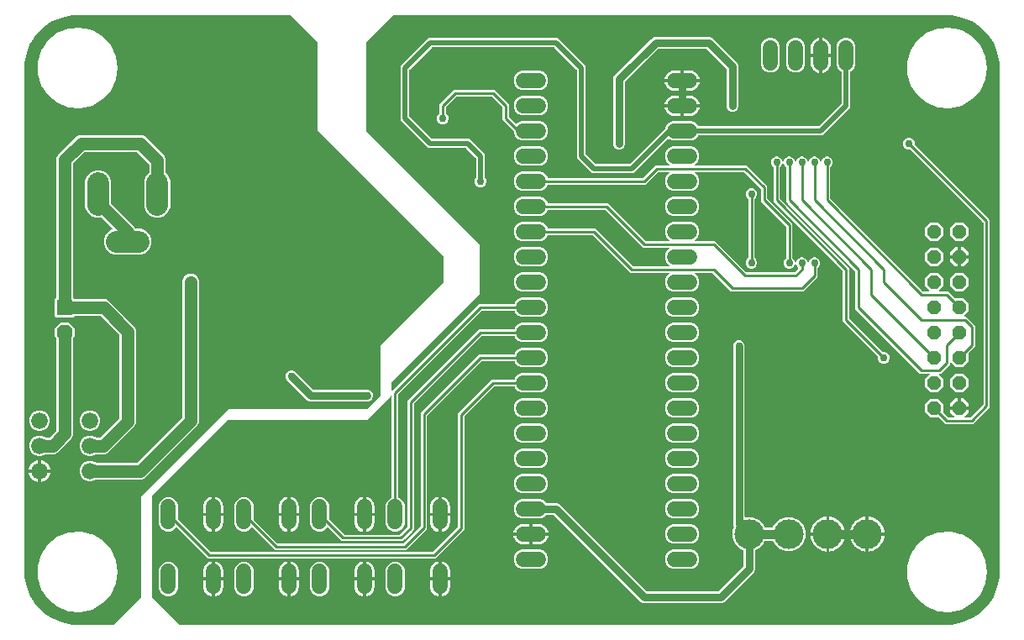
<source format=gbr>
G04 EAGLE Gerber RS-274X export*
G75*
%MOMM*%
%FSLAX34Y34*%
%LPD*%
%INBottom Copper*%
%IPPOS*%
%AMOC8*
5,1,8,0,0,1.08239X$1,22.5*%
G01*
%ADD10C,2.184400*%
%ADD11R,1.600000X1.600000*%
%ADD12P,1.731824X8X112.500000*%
%ADD13C,3.000000*%
%ADD14C,1.676400*%
%ADD15C,1.524000*%
%ADD16P,1.539592X8X292.500000*%
%ADD17C,0.914400*%
%ADD18C,0.762000*%
%ADD19C,0.756400*%
%ADD20C,0.508000*%
%ADD21C,1.270000*%
%ADD22C,0.254000*%

G36*
X939814Y175263D02*
X939814Y175263D01*
X939837Y175262D01*
X944991Y175515D01*
X945023Y175522D01*
X945102Y175529D01*
X955211Y177539D01*
X955233Y177548D01*
X955354Y177583D01*
X964876Y181527D01*
X964897Y181540D01*
X965008Y181597D01*
X973578Y187324D01*
X973596Y187340D01*
X973693Y187418D01*
X980982Y194707D01*
X980996Y194726D01*
X981076Y194822D01*
X986803Y203392D01*
X986813Y203414D01*
X986873Y203524D01*
X990817Y213046D01*
X990823Y213069D01*
X990832Y213098D01*
X990841Y213118D01*
X990843Y213133D01*
X990861Y213189D01*
X992871Y223298D01*
X992873Y223331D01*
X992885Y223409D01*
X993138Y228563D01*
X993137Y228577D01*
X993139Y228600D01*
X993139Y736600D01*
X993137Y736614D01*
X993138Y736637D01*
X992885Y741791D01*
X992878Y741823D01*
X992871Y741902D01*
X990861Y752011D01*
X990852Y752033D01*
X990817Y752154D01*
X986873Y761676D01*
X986860Y761697D01*
X986803Y761808D01*
X981076Y770378D01*
X981060Y770396D01*
X980982Y770493D01*
X973693Y777782D01*
X973674Y777796D01*
X973578Y777876D01*
X965008Y783603D01*
X964986Y783613D01*
X964876Y783673D01*
X955354Y787617D01*
X955331Y787623D01*
X955211Y787661D01*
X945102Y789671D01*
X945069Y789673D01*
X944991Y789685D01*
X939837Y789938D01*
X939823Y789937D01*
X939800Y789939D01*
X382778Y789939D01*
X382688Y789925D01*
X382597Y789917D01*
X382567Y789905D01*
X382535Y789900D01*
X382455Y789857D01*
X382371Y789821D01*
X382339Y789795D01*
X382318Y789784D01*
X382296Y789761D01*
X382240Y789716D01*
X355062Y762538D01*
X355009Y762464D01*
X354949Y762395D01*
X354937Y762365D01*
X354918Y762339D01*
X354891Y762252D01*
X354857Y762167D01*
X354853Y762126D01*
X354846Y762103D01*
X354847Y762071D01*
X354839Y762000D01*
X354839Y673100D01*
X354841Y673088D01*
X354840Y673079D01*
X354850Y673033D01*
X354854Y673010D01*
X354861Y672919D01*
X354873Y672889D01*
X354879Y672857D01*
X354921Y672777D01*
X354957Y672693D01*
X354983Y672661D01*
X354994Y672640D01*
X355017Y672618D01*
X355062Y672562D01*
X469139Y558485D01*
X469139Y508315D01*
X380462Y419638D01*
X380409Y419564D01*
X380349Y419495D01*
X380337Y419465D01*
X380318Y419439D01*
X380291Y419352D01*
X380257Y419267D01*
X380253Y419226D01*
X380246Y419203D01*
X380247Y419171D01*
X380239Y419100D01*
X380239Y412173D01*
X380250Y412102D01*
X380252Y412030D01*
X380270Y411981D01*
X380279Y411930D01*
X380312Y411867D01*
X380337Y411799D01*
X380369Y411759D01*
X380394Y411713D01*
X380446Y411663D01*
X380490Y411607D01*
X380534Y411579D01*
X380572Y411543D01*
X380637Y411513D01*
X380697Y411474D01*
X380748Y411462D01*
X380795Y411440D01*
X380866Y411432D01*
X380936Y411414D01*
X380988Y411418D01*
X381039Y411413D01*
X381110Y411428D01*
X381181Y411433D01*
X381229Y411454D01*
X381280Y411465D01*
X381341Y411502D01*
X381407Y411530D01*
X381463Y411574D01*
X381491Y411591D01*
X381506Y411609D01*
X381538Y411635D01*
X468524Y498621D01*
X503479Y498621D01*
X503594Y498640D01*
X503710Y498657D01*
X503716Y498659D01*
X503722Y498660D01*
X503825Y498715D01*
X503930Y498768D01*
X503934Y498773D01*
X503939Y498776D01*
X504019Y498860D01*
X504102Y498944D01*
X504105Y498950D01*
X504109Y498954D01*
X504117Y498971D01*
X504183Y499091D01*
X504882Y500778D01*
X507602Y503498D01*
X511156Y504971D01*
X530244Y504971D01*
X533798Y503498D01*
X536518Y500778D01*
X537991Y497224D01*
X537991Y493376D01*
X536518Y489822D01*
X533798Y487102D01*
X530244Y485629D01*
X511156Y485629D01*
X507602Y487102D01*
X504882Y489822D01*
X504183Y491509D01*
X504122Y491608D01*
X504061Y491709D01*
X504056Y491713D01*
X504053Y491718D01*
X503963Y491793D01*
X503874Y491869D01*
X503868Y491871D01*
X503864Y491875D01*
X503755Y491917D01*
X503646Y491961D01*
X503638Y491962D01*
X503634Y491963D01*
X503616Y491964D01*
X503479Y491979D01*
X471591Y491979D01*
X471501Y491965D01*
X471410Y491957D01*
X471380Y491945D01*
X471348Y491940D01*
X471267Y491897D01*
X471184Y491861D01*
X471151Y491835D01*
X471131Y491824D01*
X471109Y491801D01*
X471053Y491756D01*
X387338Y408041D01*
X387285Y407968D01*
X387225Y407898D01*
X387213Y407868D01*
X387194Y407842D01*
X387167Y407755D01*
X387133Y407670D01*
X387129Y407629D01*
X387122Y407607D01*
X387123Y407574D01*
X387115Y407503D01*
X387115Y303733D01*
X387134Y303618D01*
X387151Y303502D01*
X387153Y303496D01*
X387154Y303490D01*
X387209Y303387D01*
X387262Y303282D01*
X387267Y303278D01*
X387270Y303273D01*
X387354Y303193D01*
X387438Y303110D01*
X387444Y303107D01*
X387448Y303103D01*
X387465Y303095D01*
X387585Y303029D01*
X389272Y302330D01*
X391992Y299610D01*
X393465Y296056D01*
X393465Y276968D01*
X391992Y273414D01*
X389272Y270694D01*
X385718Y269221D01*
X381870Y269221D01*
X378316Y270694D01*
X375596Y273414D01*
X374123Y276968D01*
X374123Y296056D01*
X375596Y299610D01*
X378316Y302330D01*
X380003Y303029D01*
X380103Y303091D01*
X380203Y303151D01*
X380207Y303156D01*
X380212Y303159D01*
X380287Y303249D01*
X380363Y303338D01*
X380365Y303344D01*
X380369Y303348D01*
X380411Y303457D01*
X380455Y303566D01*
X380456Y303574D01*
X380457Y303578D01*
X380458Y303596D01*
X380473Y303733D01*
X380473Y405112D01*
X380462Y405183D01*
X380460Y405254D01*
X380442Y405303D01*
X380434Y405355D01*
X380400Y405418D01*
X380375Y405485D01*
X380343Y405526D01*
X380318Y405572D01*
X380267Y405621D01*
X380222Y405677D01*
X380178Y405706D01*
X380140Y405742D01*
X380075Y405772D01*
X380015Y405810D01*
X379964Y405823D01*
X379917Y405845D01*
X379846Y405853D01*
X379776Y405871D01*
X379724Y405866D01*
X379673Y405872D01*
X379602Y405857D01*
X379531Y405851D01*
X379483Y405831D01*
X379432Y405820D01*
X379371Y405783D01*
X379305Y405755D01*
X379249Y405710D01*
X379221Y405694D01*
X379206Y405676D01*
X379174Y405650D01*
X355285Y381761D01*
X215900Y381761D01*
X215810Y381747D01*
X215719Y381739D01*
X215689Y381727D01*
X215657Y381722D01*
X215577Y381679D01*
X215493Y381643D01*
X215461Y381617D01*
X215440Y381606D01*
X215418Y381583D01*
X215362Y381538D01*
X139162Y305338D01*
X139109Y305264D01*
X139049Y305195D01*
X139037Y305165D01*
X139018Y305139D01*
X138991Y305052D01*
X138957Y304967D01*
X138953Y304926D01*
X138946Y304903D01*
X138947Y304871D01*
X138939Y304800D01*
X138939Y203200D01*
X138954Y203110D01*
X138961Y203019D01*
X138973Y202989D01*
X138979Y202957D01*
X139021Y202877D01*
X139057Y202793D01*
X139083Y202761D01*
X139094Y202740D01*
X139117Y202718D01*
X139162Y202662D01*
X166340Y175484D01*
X166414Y175431D01*
X166483Y175371D01*
X166513Y175359D01*
X166539Y175340D01*
X166626Y175313D01*
X166711Y175279D01*
X166752Y175275D01*
X166775Y175268D01*
X166807Y175269D01*
X166878Y175261D01*
X939800Y175261D01*
X939814Y175263D01*
G37*
G36*
X99912Y175275D02*
X99912Y175275D01*
X100003Y175283D01*
X100033Y175295D01*
X100065Y175300D01*
X100145Y175343D01*
X100229Y175379D01*
X100261Y175405D01*
X100282Y175416D01*
X100304Y175439D01*
X100360Y175484D01*
X127538Y202662D01*
X127591Y202736D01*
X127651Y202805D01*
X127663Y202835D01*
X127682Y202861D01*
X127709Y202948D01*
X127743Y203033D01*
X127747Y203074D01*
X127754Y203097D01*
X127753Y203129D01*
X127761Y203200D01*
X127761Y304485D01*
X216215Y392939D01*
X355600Y392939D01*
X355690Y392954D01*
X355781Y392961D01*
X355811Y392973D01*
X355843Y392979D01*
X355923Y393021D01*
X356007Y393057D01*
X356039Y393083D01*
X356060Y393094D01*
X356082Y393117D01*
X356138Y393162D01*
X368838Y405862D01*
X368891Y405936D01*
X368951Y406005D01*
X368963Y406035D01*
X368982Y406061D01*
X369009Y406148D01*
X369043Y406233D01*
X369047Y406274D01*
X369054Y406297D01*
X369053Y406329D01*
X369061Y406400D01*
X369061Y456885D01*
X432338Y520162D01*
X432391Y520236D01*
X432451Y520305D01*
X432463Y520335D01*
X432482Y520361D01*
X432509Y520448D01*
X432543Y520533D01*
X432547Y520574D01*
X432554Y520597D01*
X432553Y520629D01*
X432561Y520700D01*
X432561Y546100D01*
X432547Y546190D01*
X432539Y546281D01*
X432527Y546311D01*
X432522Y546343D01*
X432479Y546423D01*
X432443Y546507D01*
X432417Y546539D01*
X432406Y546560D01*
X432383Y546582D01*
X432338Y546638D01*
X305561Y673415D01*
X305561Y762000D01*
X305547Y762090D01*
X305539Y762181D01*
X305527Y762211D01*
X305522Y762243D01*
X305479Y762323D01*
X305443Y762407D01*
X305417Y762439D01*
X305406Y762460D01*
X305383Y762482D01*
X305338Y762538D01*
X278160Y789716D01*
X278086Y789769D01*
X278017Y789829D01*
X277987Y789841D01*
X277961Y789860D01*
X277874Y789887D01*
X277789Y789921D01*
X277748Y789925D01*
X277725Y789932D01*
X277693Y789931D01*
X277622Y789939D01*
X63500Y789939D01*
X63486Y789937D01*
X63463Y789938D01*
X58309Y789685D01*
X58277Y789678D01*
X58198Y789671D01*
X48089Y787661D01*
X48067Y787652D01*
X47946Y787617D01*
X38424Y783673D01*
X38403Y783660D01*
X38292Y783603D01*
X29722Y777876D01*
X29704Y777860D01*
X29607Y777782D01*
X22318Y770493D01*
X22304Y770474D01*
X22224Y770378D01*
X16497Y761808D01*
X16487Y761786D01*
X16427Y761676D01*
X12483Y752154D01*
X12477Y752131D01*
X12439Y752011D01*
X10429Y741902D01*
X10427Y741869D01*
X10415Y741791D01*
X10162Y736637D01*
X10163Y736623D01*
X10161Y736600D01*
X10161Y228600D01*
X10163Y228586D01*
X10162Y228563D01*
X10415Y223409D01*
X10422Y223377D01*
X10429Y223298D01*
X12439Y213189D01*
X12448Y213167D01*
X12483Y213046D01*
X16427Y203524D01*
X16440Y203503D01*
X16497Y203392D01*
X22224Y194822D01*
X22240Y194804D01*
X22318Y194707D01*
X29607Y187418D01*
X29626Y187404D01*
X29722Y187324D01*
X38292Y181597D01*
X38314Y181587D01*
X38424Y181527D01*
X47946Y177583D01*
X47969Y177577D01*
X48089Y177539D01*
X58198Y175529D01*
X58231Y175527D01*
X58309Y175515D01*
X63463Y175262D01*
X63477Y175263D01*
X63500Y175261D01*
X99822Y175261D01*
X99912Y175275D01*
G37*
%LPC*%
G36*
X923305Y409937D02*
X923305Y409937D01*
X917937Y415305D01*
X917937Y422895D01*
X922222Y427180D01*
X922264Y427238D01*
X922313Y427290D01*
X922335Y427337D01*
X922365Y427379D01*
X922386Y427448D01*
X922417Y427513D01*
X922422Y427565D01*
X922438Y427615D01*
X922436Y427686D01*
X922444Y427757D01*
X922433Y427808D01*
X922431Y427860D01*
X922407Y427928D01*
X922391Y427998D01*
X922365Y428043D01*
X922347Y428091D01*
X922302Y428147D01*
X922265Y428209D01*
X922226Y428243D01*
X922193Y428283D01*
X922133Y428322D01*
X922078Y428369D01*
X922030Y428388D01*
X921986Y428416D01*
X921917Y428434D01*
X921850Y428461D01*
X921779Y428469D01*
X921748Y428477D01*
X921724Y428475D01*
X921683Y428479D01*
X913024Y428479D01*
X847833Y493670D01*
X847833Y531455D01*
X847819Y531545D01*
X847811Y531636D01*
X847799Y531666D01*
X847794Y531698D01*
X847751Y531779D01*
X847715Y531863D01*
X847689Y531895D01*
X847678Y531915D01*
X847655Y531938D01*
X847610Y531993D01*
X779897Y599706D01*
X777729Y601874D01*
X777729Y636107D01*
X777715Y636197D01*
X777707Y636288D01*
X777695Y636317D01*
X777690Y636349D01*
X777647Y636430D01*
X777611Y636514D01*
X777585Y636546D01*
X777574Y636567D01*
X777551Y636589D01*
X777506Y636645D01*
X776105Y638046D01*
X775403Y639741D01*
X775366Y639802D01*
X775336Y639867D01*
X775301Y639906D01*
X775274Y639950D01*
X775218Y639995D01*
X775170Y640048D01*
X775124Y640073D01*
X775084Y640107D01*
X775017Y640132D01*
X774954Y640167D01*
X774903Y640176D01*
X774855Y640195D01*
X774783Y640198D01*
X774712Y640211D01*
X774661Y640203D01*
X774609Y640205D01*
X774540Y640185D01*
X774469Y640175D01*
X774423Y640151D01*
X774373Y640137D01*
X774314Y640096D01*
X774250Y640063D01*
X774213Y640026D01*
X774171Y639996D01*
X774128Y639939D01*
X774078Y639888D01*
X774043Y639825D01*
X774024Y639799D01*
X774017Y639777D01*
X773997Y639741D01*
X773295Y638046D01*
X771894Y636645D01*
X771841Y636571D01*
X771781Y636502D01*
X771769Y636471D01*
X771750Y636445D01*
X771723Y636358D01*
X771689Y636273D01*
X771685Y636232D01*
X771678Y636210D01*
X771679Y636178D01*
X771671Y636107D01*
X771671Y605082D01*
X771685Y604992D01*
X771693Y604901D01*
X771705Y604871D01*
X771710Y604839D01*
X771753Y604759D01*
X771789Y604675D01*
X771815Y604643D01*
X771826Y604622D01*
X771849Y604600D01*
X771894Y604544D01*
X841521Y534917D01*
X841521Y484291D01*
X841535Y484201D01*
X841543Y484110D01*
X841555Y484080D01*
X841560Y484048D01*
X841603Y483967D01*
X841639Y483884D01*
X841665Y483851D01*
X841676Y483831D01*
X841699Y483809D01*
X841744Y483753D01*
X874941Y450556D01*
X875014Y450503D01*
X875084Y450443D01*
X875114Y450431D01*
X875140Y450412D01*
X875227Y450385D01*
X875312Y450351D01*
X875353Y450347D01*
X875375Y450340D01*
X875408Y450341D01*
X875479Y450333D01*
X877460Y450333D01*
X879604Y449445D01*
X881245Y447804D01*
X882133Y445660D01*
X882133Y443340D01*
X881245Y441196D01*
X879604Y439555D01*
X877460Y438667D01*
X875140Y438667D01*
X872996Y439555D01*
X871355Y441196D01*
X870467Y443340D01*
X870467Y445321D01*
X870453Y445411D01*
X870445Y445502D01*
X870433Y445532D01*
X870428Y445564D01*
X870385Y445645D01*
X870349Y445728D01*
X870323Y445761D01*
X870312Y445781D01*
X870289Y445803D01*
X870244Y445859D01*
X834879Y481224D01*
X834879Y531850D01*
X834865Y531941D01*
X834857Y532031D01*
X834845Y532061D01*
X834840Y532093D01*
X834797Y532174D01*
X834761Y532258D01*
X834735Y532290D01*
X834724Y532311D01*
X834701Y532333D01*
X834656Y532389D01*
X765029Y602016D01*
X765029Y636107D01*
X765015Y636197D01*
X765007Y636288D01*
X764995Y636317D01*
X764990Y636349D01*
X764947Y636430D01*
X764911Y636514D01*
X764885Y636546D01*
X764874Y636567D01*
X764851Y636589D01*
X764806Y636645D01*
X763405Y638046D01*
X762517Y640190D01*
X762517Y642510D01*
X763405Y644654D01*
X765046Y646295D01*
X767190Y647183D01*
X769510Y647183D01*
X771654Y646295D01*
X773295Y644654D01*
X773997Y642959D01*
X774035Y642898D01*
X774064Y642833D01*
X774099Y642795D01*
X774126Y642750D01*
X774182Y642704D01*
X774230Y642652D01*
X774276Y642627D01*
X774316Y642593D01*
X774383Y642568D01*
X774446Y642533D01*
X774497Y642524D01*
X774545Y642505D01*
X774617Y642502D01*
X774688Y642489D01*
X774739Y642497D01*
X774791Y642495D01*
X774860Y642515D01*
X774931Y642525D01*
X774977Y642549D01*
X775027Y642563D01*
X775086Y642604D01*
X775150Y642637D01*
X775187Y642674D01*
X775229Y642704D01*
X775272Y642761D01*
X775322Y642812D01*
X775357Y642875D01*
X775376Y642901D01*
X775383Y642923D01*
X775403Y642959D01*
X776105Y644654D01*
X777746Y646295D01*
X779890Y647183D01*
X782210Y647183D01*
X784354Y646295D01*
X785995Y644654D01*
X786697Y642959D01*
X786735Y642898D01*
X786764Y642833D01*
X786799Y642795D01*
X786826Y642750D01*
X786882Y642705D01*
X786930Y642652D01*
X786976Y642627D01*
X787016Y642593D01*
X787083Y642568D01*
X787146Y642533D01*
X787197Y642524D01*
X787245Y642505D01*
X787317Y642502D01*
X787388Y642489D01*
X787439Y642497D01*
X787491Y642495D01*
X787560Y642515D01*
X787631Y642525D01*
X787677Y642549D01*
X787727Y642563D01*
X787786Y642604D01*
X787850Y642637D01*
X787887Y642674D01*
X787929Y642704D01*
X787972Y642761D01*
X788022Y642812D01*
X788057Y642875D01*
X788076Y642901D01*
X788083Y642923D01*
X788103Y642959D01*
X788805Y644654D01*
X790446Y646295D01*
X792590Y647183D01*
X794910Y647183D01*
X797054Y646295D01*
X798695Y644654D01*
X799397Y642959D01*
X799435Y642898D01*
X799464Y642833D01*
X799499Y642795D01*
X799526Y642750D01*
X799582Y642705D01*
X799630Y642652D01*
X799676Y642627D01*
X799716Y642593D01*
X799783Y642568D01*
X799846Y642533D01*
X799897Y642524D01*
X799945Y642505D01*
X800017Y642502D01*
X800088Y642489D01*
X800139Y642497D01*
X800191Y642495D01*
X800260Y642515D01*
X800331Y642525D01*
X800377Y642549D01*
X800427Y642563D01*
X800486Y642604D01*
X800550Y642637D01*
X800587Y642674D01*
X800629Y642704D01*
X800672Y642761D01*
X800722Y642812D01*
X800757Y642875D01*
X800776Y642901D01*
X800783Y642923D01*
X800803Y642959D01*
X801505Y644654D01*
X803146Y646295D01*
X805290Y647183D01*
X807610Y647183D01*
X809754Y646295D01*
X811395Y644654D01*
X812097Y642959D01*
X812135Y642898D01*
X812164Y642833D01*
X812199Y642795D01*
X812226Y642750D01*
X812282Y642705D01*
X812330Y642652D01*
X812376Y642627D01*
X812416Y642593D01*
X812483Y642568D01*
X812546Y642533D01*
X812597Y642524D01*
X812645Y642505D01*
X812717Y642502D01*
X812788Y642489D01*
X812839Y642497D01*
X812891Y642495D01*
X812960Y642515D01*
X813031Y642525D01*
X813077Y642549D01*
X813127Y642563D01*
X813186Y642604D01*
X813250Y642637D01*
X813287Y642674D01*
X813329Y642704D01*
X813372Y642761D01*
X813422Y642812D01*
X813457Y642875D01*
X813476Y642901D01*
X813483Y642923D01*
X813503Y642959D01*
X814205Y644654D01*
X815846Y646295D01*
X817990Y647183D01*
X820310Y647183D01*
X822454Y646295D01*
X824095Y644654D01*
X824983Y642510D01*
X824983Y640190D01*
X824095Y638046D01*
X822694Y636645D01*
X822641Y636571D01*
X822581Y636502D01*
X822569Y636471D01*
X822550Y636445D01*
X822523Y636358D01*
X822489Y636273D01*
X822485Y636232D01*
X822478Y636210D01*
X822479Y636178D01*
X822471Y636107D01*
X822471Y604941D01*
X822485Y604851D01*
X822493Y604760D01*
X822505Y604730D01*
X822510Y604698D01*
X822553Y604617D01*
X822589Y604533D01*
X822615Y604501D01*
X822626Y604481D01*
X822649Y604458D01*
X822694Y604403D01*
X915553Y511544D01*
X915626Y511491D01*
X915696Y511431D01*
X915726Y511419D01*
X915752Y511400D01*
X915839Y511373D01*
X915924Y511339D01*
X915965Y511335D01*
X915987Y511328D01*
X916020Y511329D01*
X916091Y511321D01*
X921683Y511321D01*
X921754Y511332D01*
X921826Y511334D01*
X921875Y511352D01*
X921926Y511360D01*
X921990Y511394D01*
X922057Y511419D01*
X922098Y511451D01*
X922144Y511476D01*
X922193Y511528D01*
X922249Y511572D01*
X922277Y511616D01*
X922313Y511654D01*
X922343Y511719D01*
X922382Y511779D01*
X922395Y511830D01*
X922417Y511877D01*
X922424Y511948D01*
X922442Y512018D01*
X922438Y512070D01*
X922444Y512121D01*
X922428Y512192D01*
X922423Y512263D01*
X922402Y512311D01*
X922391Y512362D01*
X922355Y512423D01*
X922327Y512489D01*
X922282Y512545D01*
X922265Y512573D01*
X922247Y512588D01*
X922222Y512620D01*
X917937Y516905D01*
X917937Y524495D01*
X923305Y529863D01*
X930895Y529863D01*
X936263Y524495D01*
X936263Y516905D01*
X931978Y512620D01*
X931936Y512562D01*
X931887Y512510D01*
X931865Y512463D01*
X931835Y512421D01*
X931814Y512352D01*
X931783Y512287D01*
X931778Y512235D01*
X931762Y512185D01*
X931764Y512114D01*
X931756Y512043D01*
X931767Y511992D01*
X931769Y511940D01*
X931793Y511872D01*
X931809Y511802D01*
X931835Y511757D01*
X931853Y511709D01*
X931898Y511653D01*
X931935Y511591D01*
X931974Y511557D01*
X932007Y511517D01*
X932067Y511478D01*
X932122Y511431D01*
X932170Y511412D01*
X932214Y511384D01*
X932283Y511366D01*
X932350Y511339D01*
X932421Y511331D01*
X932452Y511323D01*
X932476Y511325D01*
X932517Y511321D01*
X941176Y511321D01*
X947831Y504665D01*
X947847Y504654D01*
X947860Y504638D01*
X947947Y504582D01*
X948031Y504522D01*
X948050Y504516D01*
X948067Y504505D01*
X948167Y504480D01*
X948266Y504450D01*
X948286Y504450D01*
X948305Y504445D01*
X948408Y504453D01*
X948512Y504456D01*
X948530Y504463D01*
X956295Y504463D01*
X961663Y499095D01*
X961663Y491505D01*
X957378Y487220D01*
X957336Y487162D01*
X957287Y487110D01*
X957265Y487063D01*
X957235Y487021D01*
X957214Y486952D01*
X957183Y486887D01*
X957178Y486835D01*
X957162Y486785D01*
X957164Y486714D01*
X957156Y486643D01*
X957167Y486592D01*
X957169Y486540D01*
X957193Y486472D01*
X957209Y486402D01*
X957235Y486357D01*
X957253Y486309D01*
X957298Y486253D01*
X957335Y486191D01*
X957374Y486157D01*
X957407Y486117D01*
X957467Y486078D01*
X957522Y486031D01*
X957570Y486012D01*
X957614Y485984D01*
X957683Y485966D01*
X957750Y485939D01*
X957821Y485931D01*
X957852Y485923D01*
X957876Y485925D01*
X957917Y485921D01*
X959464Y485921D01*
X968521Y476864D01*
X968521Y455824D01*
X961865Y449169D01*
X961854Y449153D01*
X961838Y449140D01*
X961782Y449053D01*
X961722Y448969D01*
X961716Y448950D01*
X961705Y448933D01*
X961680Y448833D01*
X961650Y448734D01*
X961650Y448714D01*
X961645Y448695D01*
X961653Y448592D01*
X961656Y448488D01*
X961663Y448470D01*
X961663Y440705D01*
X956295Y435337D01*
X948705Y435337D01*
X944420Y439622D01*
X944362Y439664D01*
X944310Y439713D01*
X944263Y439735D01*
X944221Y439765D01*
X944152Y439786D01*
X944087Y439817D01*
X944035Y439822D01*
X943985Y439838D01*
X943914Y439836D01*
X943843Y439844D01*
X943792Y439833D01*
X943740Y439831D01*
X943672Y439807D01*
X943602Y439791D01*
X943557Y439765D01*
X943509Y439747D01*
X943453Y439702D01*
X943391Y439665D01*
X943357Y439626D01*
X943317Y439593D01*
X943278Y439533D01*
X943231Y439478D01*
X943212Y439430D01*
X943184Y439386D01*
X943166Y439317D01*
X943139Y439250D01*
X943131Y439179D01*
X943123Y439148D01*
X943125Y439124D01*
X943121Y439083D01*
X943121Y437790D01*
X933810Y428479D01*
X932517Y428479D01*
X932446Y428468D01*
X932374Y428466D01*
X932325Y428448D01*
X932274Y428440D01*
X932210Y428406D01*
X932143Y428381D01*
X932102Y428349D01*
X932056Y428324D01*
X932007Y428272D01*
X931951Y428228D01*
X931923Y428184D01*
X931887Y428146D01*
X931857Y428081D01*
X931818Y428021D01*
X931805Y427970D01*
X931783Y427923D01*
X931776Y427852D01*
X931758Y427782D01*
X931762Y427730D01*
X931756Y427679D01*
X931772Y427608D01*
X931777Y427537D01*
X931798Y427489D01*
X931809Y427438D01*
X931845Y427377D01*
X931873Y427311D01*
X931918Y427255D01*
X931935Y427227D01*
X931953Y427212D01*
X931978Y427180D01*
X936263Y422895D01*
X936263Y415305D01*
X930895Y409937D01*
X923305Y409937D01*
G37*
%LPD*%
%LPC*%
G36*
X663556Y511029D02*
X663556Y511029D01*
X660002Y512502D01*
X657282Y515222D01*
X655809Y518776D01*
X655809Y522624D01*
X657282Y526178D01*
X659883Y528780D01*
X659925Y528838D01*
X659974Y528890D01*
X659996Y528937D01*
X660027Y528979D01*
X660048Y529048D01*
X660078Y529113D01*
X660084Y529165D01*
X660099Y529215D01*
X660097Y529286D01*
X660105Y529357D01*
X660094Y529408D01*
X660093Y529460D01*
X660068Y529528D01*
X660053Y529598D01*
X660026Y529643D01*
X660008Y529691D01*
X659963Y529747D01*
X659927Y529809D01*
X659887Y529843D01*
X659855Y529883D01*
X659794Y529922D01*
X659740Y529969D01*
X659692Y529988D01*
X659648Y530016D01*
X659578Y530034D01*
X659512Y530061D01*
X659440Y530069D01*
X659409Y530077D01*
X659386Y530075D01*
X659345Y530079D01*
X620924Y530079D01*
X583047Y567956D01*
X582974Y568009D01*
X582904Y568069D01*
X582874Y568081D01*
X582848Y568100D01*
X582761Y568127D01*
X582676Y568161D01*
X582635Y568165D01*
X582613Y568172D01*
X582580Y568171D01*
X582509Y568179D01*
X537921Y568179D01*
X537806Y568160D01*
X537690Y568143D01*
X537684Y568141D01*
X537678Y568140D01*
X537575Y568085D01*
X537470Y568032D01*
X537466Y568027D01*
X537461Y568024D01*
X537381Y567940D01*
X537298Y567856D01*
X537295Y567850D01*
X537291Y567846D01*
X537283Y567829D01*
X537217Y567709D01*
X536518Y566022D01*
X533798Y563302D01*
X530244Y561829D01*
X511156Y561829D01*
X507602Y563302D01*
X504882Y566022D01*
X503409Y569576D01*
X503409Y573424D01*
X504882Y576978D01*
X507602Y579698D01*
X511156Y581171D01*
X530244Y581171D01*
X533798Y579698D01*
X536518Y576978D01*
X537217Y575291D01*
X537279Y575191D01*
X537339Y575091D01*
X537344Y575087D01*
X537347Y575082D01*
X537437Y575007D01*
X537526Y574931D01*
X537532Y574929D01*
X537536Y574925D01*
X537645Y574883D01*
X537754Y574839D01*
X537762Y574838D01*
X537766Y574837D01*
X537784Y574836D01*
X537921Y574821D01*
X585576Y574821D01*
X623453Y536944D01*
X623526Y536891D01*
X623596Y536831D01*
X623626Y536819D01*
X623652Y536800D01*
X623739Y536773D01*
X623824Y536739D01*
X623865Y536735D01*
X623887Y536728D01*
X623920Y536729D01*
X623991Y536721D01*
X659345Y536721D01*
X659416Y536732D01*
X659487Y536734D01*
X659536Y536752D01*
X659588Y536760D01*
X659651Y536794D01*
X659718Y536819D01*
X659759Y536851D01*
X659805Y536876D01*
X659854Y536928D01*
X659910Y536972D01*
X659939Y537016D01*
X659974Y537054D01*
X660005Y537119D01*
X660043Y537179D01*
X660056Y537230D01*
X660078Y537277D01*
X660086Y537348D01*
X660104Y537418D01*
X660099Y537470D01*
X660105Y537521D01*
X660090Y537592D01*
X660084Y537663D01*
X660064Y537711D01*
X660053Y537762D01*
X660016Y537823D01*
X659988Y537889D01*
X659943Y537945D01*
X659927Y537973D01*
X659909Y537988D01*
X659883Y538020D01*
X657282Y540622D01*
X655809Y544176D01*
X655809Y548024D01*
X657282Y551578D01*
X659883Y554180D01*
X659925Y554238D01*
X659974Y554290D01*
X659996Y554337D01*
X660027Y554379D01*
X660048Y554448D01*
X660078Y554513D01*
X660084Y554565D01*
X660099Y554615D01*
X660097Y554686D01*
X660105Y554757D01*
X660094Y554808D01*
X660093Y554860D01*
X660068Y554928D01*
X660053Y554998D01*
X660026Y555043D01*
X660008Y555091D01*
X659963Y555147D01*
X659927Y555209D01*
X659887Y555243D01*
X659855Y555283D01*
X659794Y555322D01*
X659740Y555369D01*
X659692Y555388D01*
X659648Y555416D01*
X659578Y555434D01*
X659512Y555461D01*
X659440Y555469D01*
X659409Y555477D01*
X659386Y555475D01*
X659345Y555479D01*
X633624Y555479D01*
X595747Y593356D01*
X595674Y593409D01*
X595604Y593469D01*
X595574Y593481D01*
X595548Y593500D01*
X595461Y593527D01*
X595376Y593561D01*
X595335Y593565D01*
X595313Y593572D01*
X595280Y593571D01*
X595209Y593579D01*
X537921Y593579D01*
X537806Y593560D01*
X537690Y593543D01*
X537684Y593541D01*
X537678Y593540D01*
X537575Y593485D01*
X537470Y593432D01*
X537466Y593427D01*
X537461Y593424D01*
X537381Y593340D01*
X537298Y593256D01*
X537295Y593250D01*
X537291Y593246D01*
X537283Y593229D01*
X537217Y593109D01*
X536518Y591422D01*
X533798Y588702D01*
X530244Y587229D01*
X511156Y587229D01*
X507602Y588702D01*
X504882Y591422D01*
X503409Y594976D01*
X503409Y598824D01*
X504882Y602378D01*
X507602Y605098D01*
X511156Y606571D01*
X530244Y606571D01*
X533798Y605098D01*
X536518Y602378D01*
X537217Y600691D01*
X537279Y600591D01*
X537339Y600491D01*
X537344Y600487D01*
X537347Y600482D01*
X537437Y600407D01*
X537526Y600331D01*
X537532Y600329D01*
X537536Y600325D01*
X537645Y600283D01*
X537754Y600239D01*
X537762Y600238D01*
X537766Y600237D01*
X537784Y600236D01*
X537921Y600221D01*
X598276Y600221D01*
X636153Y562344D01*
X636226Y562291D01*
X636296Y562231D01*
X636326Y562219D01*
X636352Y562200D01*
X636439Y562173D01*
X636524Y562139D01*
X636565Y562135D01*
X636587Y562128D01*
X636620Y562129D01*
X636691Y562121D01*
X659345Y562121D01*
X659416Y562132D01*
X659487Y562134D01*
X659536Y562152D01*
X659588Y562160D01*
X659651Y562194D01*
X659718Y562219D01*
X659759Y562251D01*
X659805Y562276D01*
X659854Y562328D01*
X659910Y562372D01*
X659939Y562416D01*
X659974Y562454D01*
X660005Y562519D01*
X660043Y562579D01*
X660056Y562630D01*
X660078Y562677D01*
X660086Y562748D01*
X660104Y562818D01*
X660099Y562870D01*
X660105Y562921D01*
X660090Y562992D01*
X660084Y563063D01*
X660064Y563111D01*
X660053Y563162D01*
X660016Y563223D01*
X659988Y563289D01*
X659943Y563345D01*
X659927Y563373D01*
X659909Y563388D01*
X659883Y563420D01*
X657282Y566022D01*
X655809Y569576D01*
X655809Y573424D01*
X657282Y576978D01*
X660002Y579698D01*
X663556Y581171D01*
X682644Y581171D01*
X686198Y579698D01*
X688918Y576978D01*
X690391Y573424D01*
X690391Y569576D01*
X688918Y566022D01*
X686317Y563420D01*
X686275Y563362D01*
X686226Y563310D01*
X686204Y563263D01*
X686173Y563221D01*
X686152Y563152D01*
X686122Y563087D01*
X686116Y563035D01*
X686101Y562985D01*
X686103Y562914D01*
X686095Y562843D01*
X686106Y562792D01*
X686107Y562740D01*
X686132Y562672D01*
X686147Y562602D01*
X686174Y562557D01*
X686192Y562509D01*
X686237Y562453D01*
X686273Y562391D01*
X686313Y562357D01*
X686345Y562317D01*
X686406Y562278D01*
X686460Y562231D01*
X686508Y562212D01*
X686552Y562184D01*
X686622Y562166D01*
X686688Y562139D01*
X686760Y562131D01*
X686791Y562123D01*
X686814Y562125D01*
X686855Y562121D01*
X706226Y562121D01*
X737753Y530594D01*
X737826Y530541D01*
X737896Y530481D01*
X737926Y530469D01*
X737952Y530450D01*
X738039Y530423D01*
X738124Y530389D01*
X738165Y530385D01*
X738187Y530378D01*
X738220Y530379D01*
X738291Y530371D01*
X785709Y530371D01*
X785799Y530385D01*
X785890Y530393D01*
X785920Y530405D01*
X785952Y530410D01*
X786033Y530453D01*
X786116Y530489D01*
X786149Y530515D01*
X786169Y530526D01*
X786191Y530549D01*
X786247Y530594D01*
X789914Y534260D01*
X789926Y534277D01*
X789941Y534289D01*
X789998Y534376D01*
X790058Y534460D01*
X790064Y534479D01*
X790074Y534496D01*
X790100Y534597D01*
X790130Y534695D01*
X790130Y534715D01*
X790134Y534735D01*
X790126Y534838D01*
X790124Y534941D01*
X790117Y534960D01*
X790115Y534980D01*
X790075Y535075D01*
X790039Y535172D01*
X790027Y535188D01*
X790019Y535206D01*
X789914Y535337D01*
X788805Y536446D01*
X788103Y538141D01*
X788065Y538202D01*
X788036Y538267D01*
X788001Y538305D01*
X787974Y538350D01*
X787918Y538395D01*
X787870Y538448D01*
X787824Y538473D01*
X787784Y538507D01*
X787717Y538532D01*
X787654Y538567D01*
X787603Y538576D01*
X787555Y538595D01*
X787483Y538598D01*
X787412Y538611D01*
X787361Y538603D01*
X787309Y538605D01*
X787240Y538585D01*
X787169Y538575D01*
X787123Y538551D01*
X787073Y538537D01*
X787014Y538496D01*
X786950Y538463D01*
X786913Y538426D01*
X786871Y538396D01*
X786828Y538339D01*
X786778Y538288D01*
X786743Y538225D01*
X786724Y538199D01*
X786717Y538177D01*
X786697Y538141D01*
X785995Y536446D01*
X784354Y534805D01*
X782210Y533917D01*
X779890Y533917D01*
X777746Y534805D01*
X776105Y536446D01*
X775217Y538590D01*
X775217Y540910D01*
X776105Y543054D01*
X777506Y544455D01*
X777559Y544529D01*
X777619Y544598D01*
X777631Y544629D01*
X777650Y544655D01*
X777677Y544742D01*
X777711Y544827D01*
X777715Y544868D01*
X777722Y544890D01*
X777721Y544922D01*
X777729Y544993D01*
X777729Y576159D01*
X777715Y576249D01*
X777707Y576340D01*
X777695Y576370D01*
X777690Y576402D01*
X777647Y576483D01*
X777611Y576566D01*
X777585Y576599D01*
X777574Y576619D01*
X777551Y576641D01*
X777506Y576697D01*
X752329Y601874D01*
X752329Y614259D01*
X752315Y614349D01*
X752307Y614440D01*
X752295Y614470D01*
X752290Y614502D01*
X752247Y614583D01*
X752211Y614666D01*
X752185Y614699D01*
X752174Y614719D01*
X752151Y614741D01*
X752106Y614797D01*
X735447Y631456D01*
X735374Y631509D01*
X735304Y631569D01*
X735274Y631581D01*
X735248Y631600D01*
X735161Y631627D01*
X735076Y631661D01*
X735035Y631665D01*
X735013Y631672D01*
X734980Y631671D01*
X734909Y631679D01*
X686855Y631679D01*
X686784Y631668D01*
X686713Y631666D01*
X686664Y631648D01*
X686612Y631640D01*
X686549Y631606D01*
X686482Y631581D01*
X686441Y631549D01*
X686395Y631524D01*
X686346Y631472D01*
X686290Y631428D01*
X686261Y631384D01*
X686226Y631346D01*
X686195Y631281D01*
X686157Y631221D01*
X686144Y631170D01*
X686122Y631123D01*
X686114Y631052D01*
X686096Y630982D01*
X686101Y630930D01*
X686095Y630879D01*
X686110Y630808D01*
X686116Y630737D01*
X686136Y630689D01*
X686147Y630638D01*
X686184Y630577D01*
X686212Y630511D01*
X686257Y630455D01*
X686273Y630427D01*
X686291Y630412D01*
X686317Y630380D01*
X688918Y627778D01*
X690391Y624224D01*
X690391Y620376D01*
X688918Y616822D01*
X686198Y614102D01*
X682644Y612629D01*
X663556Y612629D01*
X660002Y614102D01*
X657282Y616822D01*
X655809Y620376D01*
X655809Y624224D01*
X657282Y627778D01*
X659883Y630380D01*
X659925Y630438D01*
X659974Y630490D01*
X659996Y630537D01*
X660027Y630579D01*
X660048Y630648D01*
X660078Y630713D01*
X660084Y630765D01*
X660099Y630815D01*
X660097Y630886D01*
X660105Y630957D01*
X660094Y631008D01*
X660093Y631060D01*
X660068Y631128D01*
X660053Y631198D01*
X660026Y631243D01*
X660008Y631291D01*
X659963Y631347D01*
X659927Y631409D01*
X659887Y631443D01*
X659855Y631483D01*
X659794Y631522D01*
X659740Y631569D01*
X659692Y631588D01*
X659648Y631616D01*
X659578Y631634D01*
X659512Y631661D01*
X659440Y631669D01*
X659409Y631677D01*
X659386Y631675D01*
X659345Y631679D01*
X649391Y631679D01*
X649301Y631665D01*
X649210Y631657D01*
X649180Y631645D01*
X649148Y631640D01*
X649067Y631597D01*
X648984Y631561D01*
X648951Y631535D01*
X648931Y631524D01*
X648909Y631501D01*
X648853Y631456D01*
X636376Y618979D01*
X537921Y618979D01*
X537806Y618960D01*
X537690Y618943D01*
X537684Y618941D01*
X537678Y618940D01*
X537575Y618885D01*
X537470Y618832D01*
X537466Y618827D01*
X537461Y618824D01*
X537381Y618740D01*
X537298Y618656D01*
X537295Y618650D01*
X537291Y618646D01*
X537283Y618629D01*
X537217Y618509D01*
X536518Y616822D01*
X533798Y614102D01*
X530244Y612629D01*
X511156Y612629D01*
X507602Y614102D01*
X504882Y616822D01*
X503409Y620376D01*
X503409Y624224D01*
X504882Y627778D01*
X507602Y630498D01*
X511156Y631971D01*
X530244Y631971D01*
X533798Y630498D01*
X536518Y627778D01*
X537217Y626091D01*
X537279Y625991D01*
X537339Y625891D01*
X537344Y625887D01*
X537347Y625882D01*
X537437Y625807D01*
X537526Y625731D01*
X537532Y625729D01*
X537536Y625725D01*
X537645Y625683D01*
X537754Y625639D01*
X537762Y625638D01*
X537766Y625637D01*
X537784Y625636D01*
X537921Y625621D01*
X633309Y625621D01*
X633399Y625635D01*
X633490Y625643D01*
X633520Y625655D01*
X633552Y625660D01*
X633633Y625703D01*
X633716Y625739D01*
X633749Y625765D01*
X633769Y625776D01*
X633791Y625799D01*
X633847Y625844D01*
X646324Y638321D01*
X659345Y638321D01*
X659416Y638332D01*
X659487Y638334D01*
X659536Y638352D01*
X659588Y638360D01*
X659651Y638394D01*
X659718Y638419D01*
X659759Y638451D01*
X659805Y638476D01*
X659854Y638528D01*
X659910Y638572D01*
X659939Y638616D01*
X659974Y638654D01*
X660005Y638719D01*
X660043Y638779D01*
X660056Y638830D01*
X660078Y638877D01*
X660086Y638948D01*
X660104Y639018D01*
X660099Y639070D01*
X660105Y639121D01*
X660090Y639192D01*
X660084Y639263D01*
X660064Y639311D01*
X660053Y639362D01*
X660016Y639423D01*
X659988Y639489D01*
X659943Y639545D01*
X659927Y639573D01*
X659909Y639588D01*
X659883Y639620D01*
X657282Y642222D01*
X655809Y645776D01*
X655809Y649624D01*
X657282Y653178D01*
X660002Y655898D01*
X663556Y657371D01*
X682644Y657371D01*
X686198Y655898D01*
X688918Y653178D01*
X690391Y649624D01*
X690391Y645776D01*
X688918Y642222D01*
X686317Y639620D01*
X686275Y639562D01*
X686226Y639510D01*
X686204Y639463D01*
X686173Y639421D01*
X686152Y639352D01*
X686122Y639287D01*
X686116Y639235D01*
X686101Y639185D01*
X686103Y639114D01*
X686095Y639043D01*
X686106Y638992D01*
X686107Y638940D01*
X686132Y638872D01*
X686147Y638802D01*
X686174Y638757D01*
X686192Y638709D01*
X686237Y638653D01*
X686273Y638591D01*
X686313Y638557D01*
X686345Y638517D01*
X686406Y638478D01*
X686460Y638431D01*
X686508Y638412D01*
X686552Y638384D01*
X686622Y638366D01*
X686688Y638339D01*
X686760Y638331D01*
X686791Y638323D01*
X686814Y638325D01*
X686855Y638321D01*
X737976Y638321D01*
X758971Y617326D01*
X758971Y604941D01*
X758985Y604851D01*
X758993Y604760D01*
X759005Y604730D01*
X759010Y604698D01*
X759053Y604617D01*
X759089Y604534D01*
X759115Y604501D01*
X759126Y604481D01*
X759149Y604459D01*
X759194Y604403D01*
X784371Y579226D01*
X784371Y544993D01*
X784385Y544903D01*
X784393Y544812D01*
X784405Y544783D01*
X784410Y544751D01*
X784453Y544670D01*
X784489Y544586D01*
X784515Y544554D01*
X784526Y544533D01*
X784549Y544511D01*
X784594Y544455D01*
X785995Y543054D01*
X786697Y541359D01*
X786735Y541298D01*
X786764Y541233D01*
X786799Y541195D01*
X786826Y541150D01*
X786882Y541105D01*
X786930Y541052D01*
X786976Y541027D01*
X787016Y540993D01*
X787083Y540968D01*
X787146Y540933D01*
X787197Y540924D01*
X787245Y540905D01*
X787317Y540902D01*
X787388Y540889D01*
X787439Y540897D01*
X787491Y540895D01*
X787560Y540915D01*
X787631Y540925D01*
X787677Y540949D01*
X787727Y540963D01*
X787786Y541004D01*
X787850Y541037D01*
X787887Y541074D01*
X787929Y541104D01*
X787972Y541161D01*
X788022Y541212D01*
X788057Y541275D01*
X788076Y541301D01*
X788083Y541323D01*
X788103Y541359D01*
X788805Y543054D01*
X790446Y544695D01*
X792590Y545583D01*
X794910Y545583D01*
X797054Y544695D01*
X798695Y543054D01*
X799397Y541359D01*
X799435Y541298D01*
X799464Y541233D01*
X799499Y541195D01*
X799526Y541150D01*
X799582Y541105D01*
X799630Y541052D01*
X799676Y541027D01*
X799716Y540993D01*
X799783Y540968D01*
X799846Y540933D01*
X799897Y540924D01*
X799945Y540905D01*
X800017Y540902D01*
X800088Y540889D01*
X800139Y540897D01*
X800191Y540895D01*
X800260Y540915D01*
X800331Y540925D01*
X800377Y540949D01*
X800427Y540963D01*
X800486Y541004D01*
X800550Y541037D01*
X800587Y541074D01*
X800629Y541104D01*
X800672Y541161D01*
X800722Y541212D01*
X800757Y541275D01*
X800776Y541301D01*
X800783Y541323D01*
X800803Y541359D01*
X801505Y543054D01*
X803146Y544695D01*
X805290Y545583D01*
X807610Y545583D01*
X809754Y544695D01*
X811395Y543054D01*
X812283Y540910D01*
X812283Y538590D01*
X811395Y536446D01*
X809994Y535045D01*
X809941Y534971D01*
X809881Y534902D01*
X809869Y534871D01*
X809850Y534845D01*
X809823Y534758D01*
X809789Y534673D01*
X809785Y534632D01*
X809778Y534610D01*
X809779Y534578D01*
X809771Y534507D01*
X809771Y525674D01*
X795126Y511029D01*
X722524Y511029D01*
X720356Y513197D01*
X703697Y529856D01*
X703624Y529909D01*
X703554Y529969D01*
X703524Y529981D01*
X703498Y530000D01*
X703411Y530027D01*
X703326Y530061D01*
X703285Y530065D01*
X703263Y530072D01*
X703230Y530071D01*
X703159Y530079D01*
X686855Y530079D01*
X686784Y530068D01*
X686713Y530066D01*
X686664Y530048D01*
X686612Y530040D01*
X686549Y530006D01*
X686482Y529981D01*
X686441Y529949D01*
X686395Y529924D01*
X686346Y529872D01*
X686290Y529828D01*
X686261Y529784D01*
X686226Y529746D01*
X686195Y529681D01*
X686157Y529621D01*
X686144Y529570D01*
X686122Y529523D01*
X686114Y529452D01*
X686096Y529382D01*
X686101Y529330D01*
X686095Y529279D01*
X686110Y529208D01*
X686116Y529137D01*
X686136Y529089D01*
X686147Y529038D01*
X686184Y528977D01*
X686212Y528911D01*
X686257Y528855D01*
X686273Y528827D01*
X686291Y528812D01*
X686317Y528780D01*
X688918Y526178D01*
X690391Y522624D01*
X690391Y518776D01*
X688918Y515222D01*
X686198Y512502D01*
X682644Y511029D01*
X663556Y511029D01*
G37*
%LPD*%
%LPC*%
G36*
X74125Y345167D02*
X74125Y345167D01*
X70290Y346756D01*
X67356Y349690D01*
X65767Y353525D01*
X65767Y357675D01*
X67356Y361510D01*
X70290Y364444D01*
X74125Y366033D01*
X78275Y366033D01*
X82110Y364444D01*
X82330Y364224D01*
X82404Y364171D01*
X82474Y364111D01*
X82504Y364099D01*
X82530Y364080D01*
X82617Y364053D01*
X82702Y364019D01*
X82743Y364015D01*
X82765Y364008D01*
X82797Y364009D01*
X82869Y364001D01*
X85867Y364001D01*
X85957Y364015D01*
X86048Y364023D01*
X86078Y364035D01*
X86110Y364040D01*
X86190Y364083D01*
X86274Y364119D01*
X86306Y364145D01*
X86327Y364156D01*
X86349Y364179D01*
X86405Y364224D01*
X105676Y383495D01*
X105729Y383569D01*
X105789Y383638D01*
X105801Y383668D01*
X105820Y383695D01*
X105847Y383781D01*
X105881Y383866D01*
X105885Y383907D01*
X105892Y383930D01*
X105891Y383962D01*
X105899Y384033D01*
X105899Y467175D01*
X105885Y467265D01*
X105877Y467356D01*
X105865Y467386D01*
X105860Y467418D01*
X105817Y467498D01*
X105781Y467582D01*
X105755Y467614D01*
X105744Y467635D01*
X105721Y467657D01*
X105676Y467713D01*
X86913Y486476D01*
X86839Y486529D01*
X86770Y486589D01*
X86740Y486601D01*
X86713Y486620D01*
X86627Y486647D01*
X86542Y486681D01*
X86501Y486685D01*
X86478Y486692D01*
X86446Y486691D01*
X86375Y486699D01*
X61612Y486699D01*
X61592Y486696D01*
X61573Y486698D01*
X61482Y486679D01*
X61431Y486675D01*
X61412Y486666D01*
X61369Y486660D01*
X61352Y486650D01*
X61332Y486646D01*
X61254Y486599D01*
X61205Y486578D01*
X61183Y486561D01*
X61152Y486544D01*
X61138Y486530D01*
X61121Y486520D01*
X61098Y486493D01*
X61074Y486474D01*
X59649Y485049D01*
X41951Y485049D01*
X40749Y486251D01*
X40749Y503949D01*
X42174Y505374D01*
X42207Y505420D01*
X42268Y505484D01*
X42276Y505502D01*
X42289Y505517D01*
X42305Y505556D01*
X42317Y505573D01*
X42333Y505624D01*
X42371Y505707D01*
X42373Y505727D01*
X42381Y505745D01*
X42387Y505800D01*
X42389Y505809D01*
X42389Y505820D01*
X42399Y505912D01*
X42399Y645561D01*
X43678Y648649D01*
X62551Y667522D01*
X65639Y668801D01*
X128671Y668801D01*
X131759Y667522D01*
X151422Y647859D01*
X152701Y644771D01*
X152701Y630783D01*
X152715Y630693D01*
X152723Y630602D01*
X152735Y630572D01*
X152740Y630540D01*
X152783Y630459D01*
X152819Y630375D01*
X152845Y630343D01*
X152856Y630323D01*
X152879Y630300D01*
X152924Y630245D01*
X155298Y627870D01*
X157273Y623102D01*
X157273Y596098D01*
X155298Y591330D01*
X151648Y587680D01*
X146880Y585705D01*
X141720Y585705D01*
X136952Y587680D01*
X133302Y591330D01*
X131327Y596098D01*
X131327Y623102D01*
X133302Y627870D01*
X135676Y630245D01*
X135729Y630318D01*
X135789Y630388D01*
X135801Y630418D01*
X135820Y630444D01*
X135847Y630531D01*
X135881Y630616D01*
X135885Y630657D01*
X135892Y630679D01*
X135891Y630712D01*
X135899Y630783D01*
X135899Y639305D01*
X135885Y639395D01*
X135877Y639486D01*
X135865Y639516D01*
X135860Y639548D01*
X135817Y639628D01*
X135781Y639712D01*
X135755Y639744D01*
X135744Y639765D01*
X135721Y639787D01*
X135676Y639843D01*
X123743Y651776D01*
X123669Y651829D01*
X123600Y651889D01*
X123570Y651901D01*
X123543Y651920D01*
X123457Y651947D01*
X123372Y651981D01*
X123331Y651985D01*
X123308Y651992D01*
X123276Y651991D01*
X123205Y651999D01*
X71105Y651999D01*
X71015Y651985D01*
X70924Y651977D01*
X70894Y651965D01*
X70862Y651960D01*
X70782Y651917D01*
X70698Y651881D01*
X70666Y651855D01*
X70645Y651844D01*
X70623Y651821D01*
X70567Y651776D01*
X59424Y640633D01*
X59371Y640559D01*
X59311Y640490D01*
X59299Y640460D01*
X59280Y640433D01*
X59253Y640347D01*
X59219Y640262D01*
X59215Y640221D01*
X59208Y640198D01*
X59209Y640166D01*
X59201Y640095D01*
X59201Y505912D01*
X59204Y505892D01*
X59202Y505873D01*
X59221Y505782D01*
X59225Y505731D01*
X59234Y505712D01*
X59240Y505669D01*
X59250Y505652D01*
X59254Y505632D01*
X59301Y505554D01*
X59322Y505505D01*
X59339Y505483D01*
X59356Y505452D01*
X59370Y505438D01*
X59380Y505421D01*
X59407Y505398D01*
X59426Y505374D01*
X61074Y503726D01*
X61120Y503693D01*
X61184Y503632D01*
X61202Y503624D01*
X61217Y503611D01*
X61256Y503595D01*
X61273Y503583D01*
X61324Y503567D01*
X61407Y503529D01*
X61427Y503527D01*
X61445Y503519D01*
X61500Y503513D01*
X61509Y503511D01*
X61520Y503511D01*
X61612Y503501D01*
X91841Y503501D01*
X94929Y502222D01*
X121422Y475729D01*
X122701Y472641D01*
X122701Y378567D01*
X121422Y375479D01*
X94421Y348478D01*
X91333Y347199D01*
X82869Y347199D01*
X82779Y347185D01*
X82688Y347177D01*
X82658Y347165D01*
X82626Y347160D01*
X82545Y347117D01*
X82461Y347081D01*
X82429Y347055D01*
X82409Y347044D01*
X82386Y347021D01*
X82330Y346976D01*
X82110Y346756D01*
X78275Y345167D01*
X74125Y345167D01*
G37*
%LPD*%
%LPC*%
G36*
X468740Y616467D02*
X468740Y616467D01*
X466596Y617355D01*
X464955Y618996D01*
X464067Y621140D01*
X464067Y623460D01*
X464955Y625604D01*
X465086Y625735D01*
X465139Y625809D01*
X465199Y625878D01*
X465211Y625909D01*
X465230Y625935D01*
X465257Y626022D01*
X465291Y626107D01*
X465295Y626148D01*
X465302Y626170D01*
X465301Y626202D01*
X465309Y626273D01*
X465309Y645483D01*
X465295Y645573D01*
X465287Y645664D01*
X465275Y645694D01*
X465270Y645726D01*
X465227Y645807D01*
X465191Y645890D01*
X465165Y645923D01*
X465154Y645943D01*
X465131Y645965D01*
X465086Y646021D01*
X455521Y655586D01*
X455447Y655639D01*
X455378Y655699D01*
X455348Y655711D01*
X455322Y655730D01*
X455235Y655757D01*
X455150Y655791D01*
X455109Y655795D01*
X455087Y655802D01*
X455054Y655801D01*
X454983Y655809D01*
X417198Y655809D01*
X389109Y683898D01*
X389109Y738502D01*
X417198Y766591D01*
X548002Y766591D01*
X576091Y738502D01*
X576091Y649917D01*
X576105Y649827D01*
X576113Y649736D01*
X576125Y649706D01*
X576130Y649674D01*
X576173Y649593D01*
X576209Y649510D01*
X576235Y649477D01*
X576246Y649457D01*
X576269Y649435D01*
X576314Y649379D01*
X585879Y639814D01*
X585953Y639761D01*
X586022Y639701D01*
X586052Y639689D01*
X586078Y639670D01*
X586165Y639643D01*
X586250Y639609D01*
X586291Y639605D01*
X586313Y639598D01*
X586346Y639599D01*
X586417Y639591D01*
X620083Y639591D01*
X620173Y639605D01*
X620264Y639613D01*
X620294Y639625D01*
X620326Y639630D01*
X620407Y639673D01*
X620490Y639709D01*
X620523Y639735D01*
X620543Y639746D01*
X620565Y639769D01*
X620621Y639814D01*
X655687Y674879D01*
X655725Y674932D01*
X655771Y674979D01*
X655811Y675052D01*
X655830Y675079D01*
X655836Y675097D01*
X655852Y675126D01*
X657282Y678578D01*
X660002Y681298D01*
X663556Y682771D01*
X682644Y682771D01*
X686198Y681298D01*
X688918Y678578D01*
X689091Y678161D01*
X689153Y678061D01*
X689213Y677961D01*
X689218Y677957D01*
X689221Y677952D01*
X689311Y677877D01*
X689400Y677801D01*
X689406Y677799D01*
X689410Y677795D01*
X689518Y677753D01*
X689628Y677709D01*
X689635Y677708D01*
X689640Y677707D01*
X689658Y677706D01*
X689795Y677691D01*
X810583Y677691D01*
X810673Y677705D01*
X810764Y677713D01*
X810794Y677725D01*
X810826Y677730D01*
X810907Y677773D01*
X810990Y677809D01*
X811023Y677835D01*
X811043Y677846D01*
X811065Y677869D01*
X811121Y677914D01*
X833386Y700179D01*
X833439Y700253D01*
X833499Y700322D01*
X833511Y700352D01*
X833530Y700378D01*
X833557Y700465D01*
X833591Y700550D01*
X833595Y700591D01*
X833602Y700613D01*
X833601Y700646D01*
X833609Y700717D01*
X833609Y732605D01*
X833591Y732720D01*
X833573Y732836D01*
X833571Y732842D01*
X833570Y732848D01*
X833515Y732951D01*
X833462Y733056D01*
X833457Y733060D01*
X833454Y733066D01*
X833370Y733146D01*
X833286Y733228D01*
X833280Y733231D01*
X833276Y733235D01*
X833259Y733243D01*
X833139Y733309D01*
X832722Y733482D01*
X830002Y736202D01*
X828529Y739756D01*
X828529Y758844D01*
X830002Y762398D01*
X832722Y765118D01*
X836276Y766591D01*
X840124Y766591D01*
X843678Y765118D01*
X846398Y762398D01*
X847871Y758844D01*
X847871Y739756D01*
X846398Y736202D01*
X843678Y733482D01*
X843261Y733309D01*
X843162Y733247D01*
X843061Y733187D01*
X843057Y733182D01*
X843052Y733179D01*
X842978Y733090D01*
X842901Y733000D01*
X842899Y732994D01*
X842895Y732990D01*
X842853Y732882D01*
X842809Y732772D01*
X842808Y732765D01*
X842807Y732760D01*
X842806Y732742D01*
X842791Y732605D01*
X842791Y696598D01*
X814702Y668509D01*
X689795Y668509D01*
X689680Y668490D01*
X689564Y668473D01*
X689558Y668471D01*
X689552Y668470D01*
X689449Y668415D01*
X689344Y668362D01*
X689340Y668357D01*
X689335Y668354D01*
X689254Y668270D01*
X689172Y668186D01*
X689169Y668180D01*
X689165Y668176D01*
X689157Y668159D01*
X689091Y668039D01*
X688918Y667622D01*
X686198Y664902D01*
X682644Y663429D01*
X663556Y663429D01*
X660002Y664902D01*
X659886Y665017D01*
X659870Y665029D01*
X659858Y665045D01*
X659770Y665101D01*
X659686Y665161D01*
X659667Y665167D01*
X659651Y665178D01*
X659550Y665203D01*
X659451Y665233D01*
X659431Y665233D01*
X659412Y665238D01*
X659309Y665230D01*
X659206Y665227D01*
X659187Y665220D01*
X659167Y665218D01*
X659072Y665178D01*
X658974Y665142D01*
X658959Y665130D01*
X658941Y665122D01*
X658810Y665017D01*
X624202Y630409D01*
X582298Y630409D01*
X566909Y645798D01*
X566909Y734383D01*
X566895Y734473D01*
X566887Y734564D01*
X566875Y734594D01*
X566870Y734626D01*
X566827Y734707D01*
X566791Y734790D01*
X566765Y734823D01*
X566754Y734843D01*
X566731Y734865D01*
X566686Y734921D01*
X544421Y757186D01*
X544347Y757239D01*
X544278Y757299D01*
X544248Y757311D01*
X544222Y757330D01*
X544135Y757357D01*
X544050Y757391D01*
X544009Y757395D01*
X543987Y757402D01*
X543954Y757401D01*
X543883Y757409D01*
X421317Y757409D01*
X421227Y757395D01*
X421136Y757387D01*
X421106Y757375D01*
X421074Y757370D01*
X420993Y757327D01*
X420910Y757291D01*
X420877Y757265D01*
X420857Y757254D01*
X420835Y757231D01*
X420779Y757186D01*
X398514Y734921D01*
X398461Y734847D01*
X398401Y734778D01*
X398389Y734748D01*
X398370Y734722D01*
X398343Y734635D01*
X398309Y734550D01*
X398305Y734509D01*
X398298Y734487D01*
X398299Y734454D01*
X398291Y734383D01*
X398291Y688017D01*
X398305Y687927D01*
X398313Y687836D01*
X398325Y687806D01*
X398330Y687774D01*
X398373Y687693D01*
X398409Y687610D01*
X398435Y687577D01*
X398446Y687557D01*
X398469Y687535D01*
X398514Y687479D01*
X420779Y665214D01*
X420853Y665161D01*
X420922Y665101D01*
X420952Y665089D01*
X420978Y665070D01*
X421065Y665043D01*
X421150Y665009D01*
X421191Y665005D01*
X421213Y664998D01*
X421246Y664999D01*
X421317Y664991D01*
X459102Y664991D01*
X474491Y649602D01*
X474491Y626273D01*
X474505Y626183D01*
X474513Y626092D01*
X474525Y626063D01*
X474530Y626031D01*
X474573Y625950D01*
X474609Y625866D01*
X474635Y625834D01*
X474646Y625813D01*
X474669Y625791D01*
X474714Y625735D01*
X474845Y625604D01*
X475733Y623460D01*
X475733Y621140D01*
X474845Y618996D01*
X473204Y617355D01*
X471060Y616467D01*
X468740Y616467D01*
G37*
%LPD*%
%LPC*%
G36*
X633834Y197339D02*
X633834Y197339D01*
X631680Y198232D01*
X543895Y286016D01*
X543821Y286069D01*
X543752Y286129D01*
X543722Y286141D01*
X543696Y286160D01*
X543609Y286187D01*
X543524Y286221D01*
X543483Y286225D01*
X543461Y286232D01*
X543428Y286231D01*
X543357Y286239D01*
X536451Y286239D01*
X536361Y286225D01*
X536270Y286217D01*
X536240Y286205D01*
X536208Y286200D01*
X536128Y286157D01*
X536044Y286121D01*
X536012Y286095D01*
X535991Y286084D01*
X535969Y286061D01*
X535913Y286016D01*
X533798Y283902D01*
X530244Y282429D01*
X511156Y282429D01*
X507602Y283902D01*
X504882Y286622D01*
X503409Y290176D01*
X503409Y294024D01*
X504882Y297578D01*
X507602Y300298D01*
X511156Y301771D01*
X530244Y301771D01*
X533798Y300298D01*
X535913Y298184D01*
X535987Y298131D01*
X536056Y298071D01*
X536086Y298059D01*
X536112Y298040D01*
X536200Y298013D01*
X536284Y297979D01*
X536325Y297975D01*
X536348Y297968D01*
X536380Y297969D01*
X536451Y297961D01*
X547266Y297961D01*
X549420Y297068D01*
X637205Y209284D01*
X637279Y209231D01*
X637348Y209171D01*
X637378Y209159D01*
X637404Y209140D01*
X637491Y209113D01*
X637576Y209079D01*
X637617Y209075D01*
X637639Y209068D01*
X637672Y209069D01*
X637743Y209061D01*
X709255Y209061D01*
X709345Y209075D01*
X709436Y209083D01*
X709466Y209095D01*
X709498Y209100D01*
X709579Y209143D01*
X709662Y209179D01*
X709695Y209205D01*
X709715Y209216D01*
X709737Y209239D01*
X709793Y209284D01*
X734616Y234107D01*
X734659Y234166D01*
X734701Y234210D01*
X734708Y234226D01*
X734729Y234250D01*
X734741Y234280D01*
X734760Y234306D01*
X734787Y234393D01*
X734791Y234404D01*
X734804Y234433D01*
X734805Y234439D01*
X734821Y234478D01*
X734825Y234519D01*
X734832Y234541D01*
X734831Y234574D01*
X734839Y234645D01*
X734839Y250163D01*
X734820Y250278D01*
X734803Y250394D01*
X734801Y250400D01*
X734800Y250406D01*
X734745Y250509D01*
X734692Y250614D01*
X734687Y250618D01*
X734684Y250623D01*
X734600Y250703D01*
X734516Y250786D01*
X734510Y250789D01*
X734506Y250793D01*
X734489Y250801D01*
X734369Y250867D01*
X731042Y252245D01*
X726245Y257042D01*
X723649Y263308D01*
X723649Y270092D01*
X725119Y273640D01*
X725140Y273729D01*
X725168Y273815D01*
X725168Y273848D01*
X725175Y273879D01*
X725167Y273970D01*
X725166Y274061D01*
X725154Y274101D01*
X725152Y274124D01*
X725139Y274154D01*
X725119Y274222D01*
X724389Y275984D01*
X724389Y457096D01*
X725282Y459250D01*
X726930Y460898D01*
X729084Y461791D01*
X731416Y461791D01*
X733570Y460898D01*
X735218Y459250D01*
X736111Y457096D01*
X736111Y284394D01*
X736118Y284349D01*
X736116Y284303D01*
X736138Y284228D01*
X736150Y284151D01*
X736172Y284111D01*
X736185Y284066D01*
X736229Y284003D01*
X736266Y283934D01*
X736299Y283902D01*
X736325Y283864D01*
X736387Y283818D01*
X736444Y283764D01*
X736486Y283745D01*
X736522Y283718D01*
X736596Y283694D01*
X736667Y283661D01*
X736713Y283656D01*
X736756Y283642D01*
X736834Y283642D01*
X736911Y283634D01*
X736956Y283643D01*
X737002Y283644D01*
X737134Y283682D01*
X737152Y283686D01*
X737156Y283689D01*
X737163Y283691D01*
X737308Y283751D01*
X744092Y283751D01*
X750358Y281155D01*
X755155Y276358D01*
X756218Y273793D01*
X756279Y273693D01*
X756339Y273593D01*
X756344Y273589D01*
X756347Y273584D01*
X756437Y273509D01*
X756526Y273433D01*
X756532Y273431D01*
X756537Y273427D01*
X756645Y273385D01*
X756754Y273341D01*
X756762Y273340D01*
X756766Y273339D01*
X756785Y273338D01*
X756921Y273323D01*
X764079Y273323D01*
X764194Y273342D01*
X764310Y273359D01*
X764316Y273361D01*
X764322Y273362D01*
X764424Y273417D01*
X764529Y273470D01*
X764534Y273475D01*
X764539Y273478D01*
X764619Y273562D01*
X764701Y273646D01*
X764705Y273652D01*
X764709Y273656D01*
X764716Y273673D01*
X764782Y273793D01*
X765845Y276358D01*
X770642Y281155D01*
X776908Y283751D01*
X783692Y283751D01*
X789958Y281155D01*
X794755Y276358D01*
X797351Y270092D01*
X797351Y263308D01*
X794755Y257042D01*
X789958Y252245D01*
X783692Y249649D01*
X776908Y249649D01*
X770642Y252245D01*
X765845Y257042D01*
X764782Y259607D01*
X764721Y259707D01*
X764661Y259807D01*
X764656Y259811D01*
X764653Y259816D01*
X764563Y259891D01*
X764474Y259967D01*
X764468Y259969D01*
X764463Y259973D01*
X764355Y260015D01*
X764246Y260059D01*
X764238Y260060D01*
X764234Y260061D01*
X764215Y260062D01*
X764079Y260077D01*
X756921Y260077D01*
X756806Y260058D01*
X756690Y260041D01*
X756684Y260039D01*
X756678Y260038D01*
X756576Y259983D01*
X756471Y259930D01*
X756466Y259925D01*
X756461Y259922D01*
X756381Y259838D01*
X756299Y259754D01*
X756295Y259748D01*
X756291Y259744D01*
X756284Y259727D01*
X756218Y259607D01*
X755155Y257042D01*
X750358Y252245D01*
X747031Y250867D01*
X746931Y250805D01*
X746831Y250745D01*
X746827Y250740D01*
X746822Y250737D01*
X746747Y250647D01*
X746671Y250558D01*
X746669Y250552D01*
X746665Y250548D01*
X746623Y250440D01*
X746579Y250330D01*
X746578Y250323D01*
X746577Y250318D01*
X746576Y250300D01*
X746561Y250163D01*
X746561Y230736D01*
X745668Y228582D01*
X715318Y198232D01*
X713164Y197339D01*
X633834Y197339D01*
G37*
%LPD*%
%LPC*%
G36*
X930758Y188987D02*
X930758Y188987D01*
X919484Y193412D01*
X910015Y200963D01*
X903192Y210970D01*
X899622Y222544D01*
X899622Y234656D01*
X903192Y246230D01*
X903820Y247151D01*
X903820Y247152D01*
X904858Y248674D01*
X906415Y250958D01*
X907453Y252480D01*
X908491Y254003D01*
X910015Y256237D01*
X919484Y263788D01*
X930758Y268213D01*
X942836Y269119D01*
X943737Y268913D01*
X947072Y268152D01*
X950408Y267390D01*
X953743Y266629D01*
X954645Y266423D01*
X965134Y260367D01*
X973372Y251489D01*
X978627Y240577D01*
X980432Y228600D01*
X978627Y216623D01*
X973372Y205711D01*
X965134Y196832D01*
X954645Y190777D01*
X942836Y188081D01*
X930758Y188987D01*
G37*
%LPD*%
%LPC*%
G36*
X54458Y696987D02*
X54458Y696987D01*
X43184Y701412D01*
X33715Y708963D01*
X26892Y718970D01*
X23322Y730544D01*
X23322Y742656D01*
X26892Y754230D01*
X27352Y754905D01*
X27871Y755666D01*
X27871Y755667D01*
X28390Y756427D01*
X28390Y756428D01*
X28909Y757189D01*
X29428Y757950D01*
X29947Y758711D01*
X29947Y758712D01*
X30466Y759473D01*
X30985Y760234D01*
X30986Y760234D01*
X31504Y760995D01*
X31505Y760995D01*
X32023Y761756D01*
X32023Y761757D01*
X32542Y762517D01*
X32542Y762518D01*
X32543Y762518D01*
X33061Y763279D01*
X33062Y763279D01*
X33580Y764040D01*
X33581Y764040D01*
X33715Y764237D01*
X43184Y771788D01*
X54458Y776213D01*
X66536Y777119D01*
X68516Y776667D01*
X71851Y775905D01*
X75186Y775144D01*
X78345Y774423D01*
X88834Y768367D01*
X97072Y759489D01*
X102327Y748577D01*
X104132Y736600D01*
X102327Y724623D01*
X97072Y713711D01*
X88834Y704833D01*
X78345Y698777D01*
X66536Y696081D01*
X54458Y696987D01*
G37*
%LPD*%
%LPC*%
G36*
X54458Y188987D02*
X54458Y188987D01*
X43184Y193412D01*
X33715Y200963D01*
X26892Y210970D01*
X23322Y222544D01*
X23322Y234656D01*
X26892Y246230D01*
X27520Y247151D01*
X27520Y247152D01*
X28558Y248674D01*
X30115Y250958D01*
X31153Y252480D01*
X32191Y254003D01*
X33715Y256237D01*
X43184Y263788D01*
X54458Y268213D01*
X66536Y269119D01*
X67437Y268913D01*
X70772Y268152D01*
X74108Y267390D01*
X77443Y266629D01*
X78345Y266423D01*
X88834Y260367D01*
X97072Y251489D01*
X102327Y240577D01*
X104132Y228600D01*
X102327Y216623D01*
X97072Y205711D01*
X88834Y196832D01*
X78345Y190777D01*
X66536Y188081D01*
X54458Y188987D01*
G37*
%LPD*%
%LPC*%
G36*
X930758Y696987D02*
X930758Y696987D01*
X919484Y701412D01*
X910015Y708963D01*
X903192Y718970D01*
X899622Y730544D01*
X899622Y742656D01*
X903192Y754230D01*
X904171Y755666D01*
X904171Y755667D01*
X905209Y757189D01*
X906766Y759473D01*
X907804Y760995D01*
X908842Y762518D01*
X908843Y762518D01*
X910015Y764237D01*
X919484Y771788D01*
X930758Y776213D01*
X942836Y777118D01*
X944816Y776667D01*
X948151Y775905D01*
X951486Y775144D01*
X954645Y774423D01*
X965134Y768368D01*
X973372Y759489D01*
X978627Y748577D01*
X980432Y736600D01*
X978627Y724623D01*
X973372Y713711D01*
X965134Y704833D01*
X954645Y698777D01*
X942836Y696081D01*
X930758Y696987D01*
G37*
%LPD*%
%LPC*%
G36*
X74125Y319767D02*
X74125Y319767D01*
X70290Y321356D01*
X67356Y324290D01*
X65767Y328125D01*
X65767Y332275D01*
X67356Y336110D01*
X70290Y339044D01*
X74125Y340633D01*
X78275Y340633D01*
X82110Y339044D01*
X82330Y338824D01*
X82404Y338771D01*
X82474Y338711D01*
X82504Y338699D01*
X82530Y338680D01*
X82617Y338653D01*
X82702Y338619D01*
X82743Y338615D01*
X82765Y338608D01*
X82797Y338609D01*
X82869Y338601D01*
X123205Y338601D01*
X123295Y338615D01*
X123386Y338623D01*
X123416Y338635D01*
X123448Y338640D01*
X123528Y338683D01*
X123612Y338719D01*
X123644Y338745D01*
X123665Y338756D01*
X123687Y338779D01*
X123743Y338824D01*
X169176Y384257D01*
X169229Y384331D01*
X169289Y384400D01*
X169301Y384430D01*
X169320Y384457D01*
X169347Y384543D01*
X169381Y384628D01*
X169385Y384669D01*
X169392Y384692D01*
X169391Y384724D01*
X169399Y384795D01*
X169399Y522371D01*
X170678Y525459D01*
X173041Y527822D01*
X176129Y529101D01*
X179471Y529101D01*
X182559Y527822D01*
X184922Y525459D01*
X186201Y522371D01*
X186201Y379329D01*
X184922Y376241D01*
X131759Y323078D01*
X128671Y321799D01*
X82869Y321799D01*
X82779Y321785D01*
X82688Y321777D01*
X82658Y321765D01*
X82626Y321760D01*
X82545Y321717D01*
X82461Y321681D01*
X82429Y321655D01*
X82409Y321644D01*
X82386Y321621D01*
X82330Y321576D01*
X82110Y321356D01*
X78275Y319767D01*
X74125Y319767D01*
G37*
%LPD*%
%LPC*%
G36*
X195220Y241789D02*
X195220Y241789D01*
X164032Y272977D01*
X164016Y272989D01*
X164004Y273005D01*
X163916Y273061D01*
X163833Y273121D01*
X163814Y273127D01*
X163797Y273138D01*
X163696Y273163D01*
X163598Y273193D01*
X163578Y273193D01*
X163558Y273198D01*
X163455Y273190D01*
X163352Y273187D01*
X163333Y273180D01*
X163313Y273178D01*
X163218Y273138D01*
X163121Y273102D01*
X163105Y273090D01*
X163087Y273082D01*
X162956Y272977D01*
X160672Y270694D01*
X157118Y269221D01*
X153270Y269221D01*
X149716Y270694D01*
X146996Y273414D01*
X145523Y276968D01*
X145523Y296056D01*
X146996Y299610D01*
X149716Y302330D01*
X153270Y303803D01*
X157118Y303803D01*
X160672Y302330D01*
X163392Y299610D01*
X164865Y296056D01*
X164865Y281853D01*
X164879Y281763D01*
X164887Y281672D01*
X164899Y281642D01*
X164904Y281610D01*
X164947Y281529D01*
X164983Y281446D01*
X165009Y281413D01*
X165020Y281393D01*
X165043Y281371D01*
X165055Y281356D01*
X165061Y281345D01*
X165068Y281339D01*
X165088Y281315D01*
X197749Y248654D01*
X197822Y248601D01*
X197892Y248541D01*
X197922Y248529D01*
X197948Y248510D01*
X198035Y248483D01*
X198120Y248449D01*
X198161Y248445D01*
X198183Y248438D01*
X198216Y248439D01*
X198287Y248431D01*
X421219Y248431D01*
X421309Y248445D01*
X421400Y248453D01*
X421430Y248465D01*
X421462Y248470D01*
X421543Y248513D01*
X421626Y248549D01*
X421659Y248575D01*
X421679Y248586D01*
X421701Y248609D01*
X421757Y248654D01*
X447052Y273949D01*
X447105Y274022D01*
X447165Y274092D01*
X447177Y274122D01*
X447196Y274148D01*
X447223Y274235D01*
X447257Y274320D01*
X447261Y274361D01*
X447268Y274383D01*
X447267Y274416D01*
X447275Y274487D01*
X447275Y388472D01*
X481224Y422421D01*
X503479Y422421D01*
X503594Y422440D01*
X503710Y422457D01*
X503716Y422459D01*
X503722Y422460D01*
X503825Y422515D01*
X503930Y422568D01*
X503934Y422573D01*
X503939Y422576D01*
X504019Y422660D01*
X504102Y422744D01*
X504105Y422750D01*
X504109Y422754D01*
X504117Y422771D01*
X504183Y422891D01*
X504882Y424578D01*
X507602Y427298D01*
X511156Y428771D01*
X530244Y428771D01*
X533798Y427298D01*
X536518Y424578D01*
X537991Y421024D01*
X537991Y417176D01*
X536518Y413622D01*
X533798Y410902D01*
X530244Y409429D01*
X511156Y409429D01*
X507602Y410902D01*
X504882Y413622D01*
X504183Y415309D01*
X504121Y415409D01*
X504061Y415509D01*
X504056Y415513D01*
X504053Y415518D01*
X503963Y415593D01*
X503874Y415669D01*
X503868Y415671D01*
X503864Y415675D01*
X503755Y415717D01*
X503646Y415761D01*
X503638Y415762D01*
X503634Y415763D01*
X503616Y415764D01*
X503479Y415779D01*
X484291Y415779D01*
X484201Y415765D01*
X484110Y415757D01*
X484080Y415745D01*
X484048Y415740D01*
X483967Y415697D01*
X483884Y415661D01*
X483851Y415635D01*
X483831Y415624D01*
X483809Y415601D01*
X483753Y415556D01*
X454140Y385943D01*
X454087Y385870D01*
X454027Y385800D01*
X454015Y385770D01*
X453996Y385744D01*
X453969Y385657D01*
X453935Y385572D01*
X453931Y385531D01*
X453924Y385509D01*
X453925Y385476D01*
X453917Y385405D01*
X453917Y271420D01*
X424286Y241789D01*
X195220Y241789D01*
G37*
%LPD*%
%LPC*%
G36*
X262530Y250679D02*
X262530Y250679D01*
X260362Y252847D01*
X240232Y272977D01*
X240216Y272989D01*
X240204Y273005D01*
X240116Y273061D01*
X240033Y273121D01*
X240014Y273127D01*
X239997Y273138D01*
X239896Y273163D01*
X239798Y273193D01*
X239778Y273193D01*
X239758Y273198D01*
X239655Y273190D01*
X239552Y273187D01*
X239533Y273180D01*
X239513Y273178D01*
X239418Y273138D01*
X239321Y273102D01*
X239305Y273090D01*
X239287Y273082D01*
X239156Y272977D01*
X236872Y270694D01*
X233318Y269221D01*
X229470Y269221D01*
X225916Y270694D01*
X223196Y273414D01*
X221723Y276968D01*
X221723Y296056D01*
X223196Y299610D01*
X225916Y302330D01*
X229470Y303803D01*
X233318Y303803D01*
X236872Y302330D01*
X239592Y299610D01*
X241065Y296056D01*
X241065Y281853D01*
X241079Y281763D01*
X241087Y281672D01*
X241099Y281642D01*
X241104Y281610D01*
X241147Y281529D01*
X241183Y281445D01*
X241209Y281413D01*
X241220Y281393D01*
X241243Y281370D01*
X241255Y281356D01*
X241261Y281345D01*
X241268Y281339D01*
X241288Y281315D01*
X265059Y257544D01*
X265132Y257491D01*
X265202Y257431D01*
X265232Y257419D01*
X265258Y257400D01*
X265345Y257373D01*
X265430Y257339D01*
X265471Y257335D01*
X265493Y257328D01*
X265526Y257329D01*
X265597Y257321D01*
X392009Y257321D01*
X392099Y257335D01*
X392190Y257343D01*
X392220Y257355D01*
X392252Y257360D01*
X392333Y257403D01*
X392416Y257439D01*
X392449Y257465D01*
X392469Y257476D01*
X392491Y257499D01*
X392547Y257544D01*
X409206Y274203D01*
X409259Y274276D01*
X409319Y274346D01*
X409331Y274376D01*
X409350Y274402D01*
X409377Y274489D01*
X409411Y274574D01*
X409415Y274615D01*
X409422Y274637D01*
X409421Y274670D01*
X409429Y274741D01*
X409429Y388726D01*
X411597Y390894D01*
X468524Y447821D01*
X503479Y447821D01*
X503594Y447840D01*
X503710Y447857D01*
X503716Y447859D01*
X503722Y447860D01*
X503825Y447915D01*
X503930Y447968D01*
X503934Y447973D01*
X503939Y447976D01*
X504019Y448060D01*
X504102Y448144D01*
X504105Y448150D01*
X504109Y448154D01*
X504117Y448171D01*
X504183Y448291D01*
X504882Y449978D01*
X507602Y452698D01*
X511156Y454171D01*
X530244Y454171D01*
X533798Y452698D01*
X536518Y449978D01*
X537991Y446424D01*
X537991Y442576D01*
X536518Y439022D01*
X533798Y436302D01*
X530244Y434829D01*
X511156Y434829D01*
X507602Y436302D01*
X504882Y439022D01*
X504183Y440709D01*
X504121Y440809D01*
X504061Y440909D01*
X504056Y440913D01*
X504053Y440918D01*
X503963Y440993D01*
X503874Y441069D01*
X503868Y441071D01*
X503864Y441075D01*
X503755Y441117D01*
X503646Y441161D01*
X503638Y441162D01*
X503634Y441163D01*
X503616Y441164D01*
X503479Y441179D01*
X471591Y441179D01*
X471501Y441165D01*
X471410Y441157D01*
X471380Y441145D01*
X471348Y441140D01*
X471267Y441097D01*
X471184Y441061D01*
X471151Y441035D01*
X471131Y441024D01*
X471109Y441001D01*
X471053Y440956D01*
X416294Y386197D01*
X416241Y386124D01*
X416181Y386054D01*
X416169Y386024D01*
X416150Y385998D01*
X416123Y385911D01*
X416089Y385826D01*
X416085Y385785D01*
X416078Y385763D01*
X416079Y385730D01*
X416071Y385659D01*
X416071Y271674D01*
X395076Y250679D01*
X262530Y250679D01*
G37*
%LPD*%
%LPC*%
G36*
X329967Y259442D02*
X329967Y259442D01*
X316432Y272977D01*
X316416Y272989D01*
X316404Y273005D01*
X316316Y273061D01*
X316233Y273121D01*
X316214Y273127D01*
X316197Y273138D01*
X316096Y273163D01*
X315998Y273193D01*
X315978Y273193D01*
X315958Y273198D01*
X315855Y273190D01*
X315752Y273187D01*
X315733Y273180D01*
X315713Y273178D01*
X315618Y273138D01*
X315521Y273102D01*
X315505Y273090D01*
X315487Y273082D01*
X315356Y272977D01*
X313072Y270694D01*
X309518Y269221D01*
X305670Y269221D01*
X302116Y270694D01*
X299396Y273414D01*
X297923Y276968D01*
X297923Y296056D01*
X299396Y299610D01*
X302116Y302330D01*
X305670Y303803D01*
X309518Y303803D01*
X313072Y302330D01*
X315792Y299610D01*
X317265Y296056D01*
X317265Y281853D01*
X317279Y281763D01*
X317287Y281672D01*
X317299Y281642D01*
X317304Y281610D01*
X317347Y281529D01*
X317383Y281446D01*
X317409Y281413D01*
X317420Y281393D01*
X317443Y281371D01*
X317455Y281356D01*
X317461Y281345D01*
X317468Y281339D01*
X317488Y281315D01*
X332496Y266307D01*
X332569Y266254D01*
X332639Y266194D01*
X332669Y266182D01*
X332695Y266163D01*
X332782Y266136D01*
X332867Y266102D01*
X332908Y266098D01*
X332930Y266091D01*
X332963Y266092D01*
X333034Y266084D01*
X388072Y266084D01*
X388162Y266098D01*
X388253Y266106D01*
X388283Y266118D01*
X388315Y266123D01*
X388396Y266166D01*
X388480Y266202D01*
X388512Y266228D01*
X388532Y266239D01*
X388555Y266262D01*
X388610Y266307D01*
X396270Y273967D01*
X396323Y274040D01*
X396383Y274110D01*
X396395Y274140D01*
X396414Y274166D01*
X396441Y274253D01*
X396475Y274338D01*
X396479Y274379D01*
X396486Y274401D01*
X396485Y274434D01*
X396493Y274505D01*
X396493Y401190D01*
X466356Y471053D01*
X468524Y473221D01*
X503479Y473221D01*
X503594Y473240D01*
X503710Y473257D01*
X503716Y473259D01*
X503722Y473260D01*
X503825Y473315D01*
X503930Y473368D01*
X503934Y473373D01*
X503939Y473376D01*
X504019Y473460D01*
X504102Y473544D01*
X504105Y473550D01*
X504109Y473554D01*
X504117Y473571D01*
X504183Y473691D01*
X504882Y475378D01*
X507602Y478098D01*
X511156Y479571D01*
X530244Y479571D01*
X533798Y478098D01*
X536518Y475378D01*
X537991Y471824D01*
X537991Y467976D01*
X536518Y464422D01*
X533798Y461702D01*
X530244Y460229D01*
X511156Y460229D01*
X507602Y461702D01*
X504882Y464422D01*
X504183Y466109D01*
X504121Y466209D01*
X504061Y466309D01*
X504056Y466313D01*
X504053Y466318D01*
X503963Y466393D01*
X503874Y466469D01*
X503868Y466471D01*
X503864Y466475D01*
X503755Y466517D01*
X503646Y466561D01*
X503638Y466562D01*
X503634Y466563D01*
X503616Y466564D01*
X503479Y466579D01*
X471591Y466579D01*
X471501Y466565D01*
X471410Y466557D01*
X471380Y466545D01*
X471348Y466540D01*
X471267Y466497D01*
X471183Y466461D01*
X471151Y466435D01*
X471131Y466424D01*
X471108Y466401D01*
X471053Y466356D01*
X403358Y398661D01*
X403305Y398588D01*
X403245Y398518D01*
X403233Y398488D01*
X403214Y398462D01*
X403187Y398375D01*
X403153Y398290D01*
X403149Y398249D01*
X403142Y398227D01*
X403143Y398194D01*
X403135Y398123D01*
X403135Y271438D01*
X400967Y269270D01*
X393307Y261610D01*
X391139Y259442D01*
X329967Y259442D01*
G37*
%LPD*%
%LPC*%
G36*
X608434Y654539D02*
X608434Y654539D01*
X606280Y655432D01*
X604632Y657080D01*
X603739Y659234D01*
X603739Y726336D01*
X604632Y728490D01*
X641354Y765213D01*
X641355Y765213D01*
X643110Y766968D01*
X645264Y767861D01*
X700936Y767861D01*
X703090Y766968D01*
X726986Y743073D01*
X726986Y743072D01*
X728741Y741317D01*
X729634Y739163D01*
X729634Y700124D01*
X729644Y700059D01*
X729645Y699994D01*
X729668Y699914D01*
X729673Y699881D01*
X729683Y699864D01*
X729692Y699832D01*
X729761Y699666D01*
X729761Y697334D01*
X728868Y695180D01*
X727220Y693532D01*
X725066Y692639D01*
X722734Y692639D01*
X720580Y693532D01*
X718805Y695307D01*
X717912Y697461D01*
X717912Y735254D01*
X717898Y735344D01*
X717890Y735435D01*
X717878Y735465D01*
X717873Y735497D01*
X717830Y735578D01*
X717794Y735661D01*
X717768Y735694D01*
X717757Y735714D01*
X717734Y735736D01*
X717689Y735792D01*
X697565Y755916D01*
X697491Y755969D01*
X697422Y756029D01*
X697392Y756041D01*
X697366Y756060D01*
X697279Y756087D01*
X697194Y756121D01*
X697153Y756125D01*
X697131Y756132D01*
X697098Y756131D01*
X697027Y756139D01*
X649173Y756139D01*
X649083Y756125D01*
X648992Y756117D01*
X648962Y756105D01*
X648930Y756100D01*
X648849Y756057D01*
X648766Y756021D01*
X648733Y755995D01*
X648713Y755984D01*
X648691Y755961D01*
X648635Y755916D01*
X615684Y722965D01*
X615631Y722891D01*
X615571Y722822D01*
X615559Y722792D01*
X615540Y722766D01*
X615513Y722679D01*
X615479Y722594D01*
X615475Y722553D01*
X615468Y722531D01*
X615469Y722498D01*
X615461Y722427D01*
X615461Y659234D01*
X614568Y657080D01*
X612920Y655432D01*
X610766Y654539D01*
X608434Y654539D01*
G37*
%LPD*%
%LPC*%
G36*
X938424Y377679D02*
X938424Y377679D01*
X931769Y384335D01*
X931753Y384346D01*
X931741Y384362D01*
X931653Y384418D01*
X931569Y384478D01*
X931550Y384484D01*
X931534Y384495D01*
X931433Y384520D01*
X931334Y384550D01*
X931314Y384550D01*
X931295Y384555D01*
X931192Y384547D01*
X931089Y384544D01*
X931070Y384537D01*
X923305Y384537D01*
X917937Y389905D01*
X917937Y397495D01*
X923305Y402863D01*
X930895Y402863D01*
X936263Y397495D01*
X936263Y389715D01*
X936250Y389673D01*
X936250Y389653D01*
X936245Y389633D01*
X936253Y389530D01*
X936256Y389427D01*
X936263Y389408D01*
X936264Y389388D01*
X936305Y389293D01*
X936340Y389196D01*
X936353Y389180D01*
X936361Y389162D01*
X936465Y389031D01*
X940953Y384544D01*
X941027Y384491D01*
X941096Y384431D01*
X941126Y384419D01*
X941152Y384400D01*
X941239Y384373D01*
X941324Y384339D01*
X941365Y384335D01*
X941387Y384328D01*
X941420Y384329D01*
X941491Y384321D01*
X946390Y384321D01*
X946461Y384332D01*
X946533Y384334D01*
X946582Y384352D01*
X946633Y384360D01*
X946697Y384394D01*
X946764Y384419D01*
X946805Y384451D01*
X946851Y384476D01*
X946900Y384528D01*
X946956Y384572D01*
X946984Y384616D01*
X947020Y384654D01*
X947050Y384719D01*
X947089Y384779D01*
X947102Y384830D01*
X947124Y384877D01*
X947131Y384948D01*
X947149Y385018D01*
X947145Y385070D01*
X947151Y385121D01*
X947135Y385192D01*
X947130Y385263D01*
X947110Y385311D01*
X947098Y385362D01*
X947062Y385423D01*
X947034Y385489D01*
X946989Y385545D01*
X946972Y385573D01*
X946954Y385588D01*
X946929Y385620D01*
X942847Y389702D01*
X942847Y392177D01*
X951738Y392177D01*
X951758Y392180D01*
X951777Y392178D01*
X951879Y392200D01*
X951981Y392217D01*
X951998Y392226D01*
X952018Y392230D01*
X952107Y392283D01*
X952198Y392332D01*
X952212Y392346D01*
X952229Y392356D01*
X952296Y392435D01*
X952367Y392510D01*
X952376Y392528D01*
X952389Y392543D01*
X952427Y392639D01*
X952471Y392733D01*
X952473Y392753D01*
X952481Y392771D01*
X952499Y392938D01*
X952499Y393701D01*
X952501Y393701D01*
X952501Y392938D01*
X952504Y392918D01*
X952502Y392899D01*
X952524Y392797D01*
X952541Y392695D01*
X952550Y392678D01*
X952554Y392658D01*
X952607Y392569D01*
X952656Y392478D01*
X952670Y392464D01*
X952680Y392447D01*
X952759Y392380D01*
X952834Y392309D01*
X952852Y392300D01*
X952867Y392287D01*
X952963Y392248D01*
X953057Y392205D01*
X953077Y392203D01*
X953095Y392195D01*
X953262Y392177D01*
X962153Y392177D01*
X962153Y389702D01*
X958071Y385620D01*
X958029Y385562D01*
X957980Y385510D01*
X957958Y385463D01*
X957928Y385421D01*
X957907Y385352D01*
X957876Y385287D01*
X957871Y385235D01*
X957855Y385185D01*
X957857Y385114D01*
X957849Y385043D01*
X957860Y384992D01*
X957862Y384940D01*
X957886Y384872D01*
X957902Y384802D01*
X957928Y384757D01*
X957946Y384709D01*
X957991Y384653D01*
X958028Y384591D01*
X958067Y384557D01*
X958100Y384517D01*
X958160Y384478D01*
X958215Y384431D01*
X958263Y384412D01*
X958307Y384384D01*
X958376Y384366D01*
X958443Y384339D01*
X958514Y384331D01*
X958545Y384323D01*
X958569Y384325D01*
X958610Y384321D01*
X963509Y384321D01*
X963599Y384335D01*
X963690Y384343D01*
X963720Y384355D01*
X963752Y384360D01*
X963833Y384403D01*
X963916Y384439D01*
X963949Y384465D01*
X963969Y384476D01*
X963991Y384499D01*
X964047Y384544D01*
X976388Y396885D01*
X976441Y396958D01*
X976501Y397028D01*
X976513Y397058D01*
X976532Y397084D01*
X976559Y397171D01*
X976593Y397256D01*
X976597Y397297D01*
X976604Y397319D01*
X976603Y397352D01*
X976611Y397423D01*
X976611Y580477D01*
X976597Y580567D01*
X976589Y580658D01*
X976577Y580688D01*
X976572Y580720D01*
X976529Y580801D01*
X976493Y580884D01*
X976467Y580917D01*
X976456Y580937D01*
X976433Y580959D01*
X976388Y581015D01*
X903059Y654344D01*
X902986Y654397D01*
X902916Y654457D01*
X902886Y654469D01*
X902860Y654488D01*
X902773Y654515D01*
X902688Y654549D01*
X902647Y654553D01*
X902625Y654560D01*
X902592Y654559D01*
X902521Y654567D01*
X900540Y654567D01*
X898396Y655455D01*
X896755Y657096D01*
X895867Y659240D01*
X895867Y661560D01*
X896755Y663704D01*
X898396Y665345D01*
X900540Y666233D01*
X902860Y666233D01*
X905004Y665345D01*
X906645Y663704D01*
X907533Y661560D01*
X907533Y659579D01*
X907547Y659489D01*
X907555Y659398D01*
X907567Y659368D01*
X907572Y659336D01*
X907615Y659255D01*
X907651Y659172D01*
X907677Y659139D01*
X907688Y659119D01*
X907711Y659097D01*
X907756Y659041D01*
X983253Y583544D01*
X983253Y394356D01*
X966576Y377679D01*
X938424Y377679D01*
G37*
%LPD*%
%LPC*%
G36*
X100798Y548627D02*
X100798Y548627D01*
X96030Y550602D01*
X92380Y554252D01*
X90405Y559020D01*
X90405Y564180D01*
X92380Y568948D01*
X96030Y572598D01*
X98544Y573639D01*
X98583Y573663D01*
X98626Y573679D01*
X98687Y573728D01*
X98753Y573769D01*
X98782Y573804D01*
X98818Y573833D01*
X98860Y573898D01*
X98910Y573958D01*
X98926Y574001D01*
X98951Y574040D01*
X98970Y574115D01*
X98998Y574188D01*
X99000Y574234D01*
X99011Y574278D01*
X99005Y574356D01*
X99008Y574434D01*
X98995Y574478D01*
X98992Y574523D01*
X98961Y574595D01*
X98940Y574670D01*
X98914Y574708D01*
X98896Y574750D01*
X98810Y574856D01*
X98800Y574872D01*
X98795Y574875D01*
X98791Y574881D01*
X88008Y585664D01*
X87913Y585732D01*
X87819Y585802D01*
X87813Y585804D01*
X87808Y585807D01*
X87697Y585841D01*
X87585Y585878D01*
X87579Y585878D01*
X87573Y585880D01*
X87456Y585877D01*
X87339Y585875D01*
X87332Y585873D01*
X87327Y585873D01*
X87310Y585867D01*
X87178Y585829D01*
X86880Y585705D01*
X81720Y585705D01*
X76952Y587680D01*
X73302Y591330D01*
X71327Y596098D01*
X71327Y623102D01*
X73302Y627870D01*
X76952Y631520D01*
X81720Y633495D01*
X86880Y633495D01*
X91648Y631520D01*
X95298Y627870D01*
X97273Y623102D01*
X97273Y600475D01*
X97287Y600385D01*
X97295Y600294D01*
X97307Y600264D01*
X97312Y600232D01*
X97355Y600152D01*
X97391Y600068D01*
X97417Y600036D01*
X97428Y600015D01*
X97451Y599993D01*
X97496Y599937D01*
X121422Y576011D01*
X121823Y575043D01*
X121885Y574943D01*
X121944Y574843D01*
X121949Y574839D01*
X121952Y574834D01*
X122043Y574759D01*
X122131Y574683D01*
X122137Y574681D01*
X122142Y574677D01*
X122250Y574635D01*
X122359Y574591D01*
X122367Y574590D01*
X122371Y574589D01*
X122390Y574588D01*
X122526Y574573D01*
X127802Y574573D01*
X132570Y572598D01*
X136220Y568948D01*
X138195Y564180D01*
X138195Y559020D01*
X136220Y554252D01*
X132570Y550602D01*
X127802Y548627D01*
X100798Y548627D01*
G37*
%LPD*%
%LPC*%
G36*
X23325Y345167D02*
X23325Y345167D01*
X19490Y346756D01*
X16556Y349690D01*
X14967Y353525D01*
X14967Y357675D01*
X16556Y361510D01*
X19490Y364444D01*
X23325Y366033D01*
X27475Y366033D01*
X31310Y364444D01*
X31530Y364224D01*
X31604Y364171D01*
X31674Y364111D01*
X31704Y364099D01*
X31730Y364080D01*
X31817Y364053D01*
X31902Y364019D01*
X31943Y364015D01*
X31965Y364008D01*
X31997Y364009D01*
X32069Y364001D01*
X34813Y364001D01*
X34903Y364015D01*
X34994Y364023D01*
X35024Y364035D01*
X35056Y364040D01*
X35136Y364083D01*
X35220Y364119D01*
X35252Y364145D01*
X35273Y364156D01*
X35295Y364179D01*
X35351Y364224D01*
X42176Y371049D01*
X42229Y371123D01*
X42289Y371192D01*
X42301Y371222D01*
X42320Y371249D01*
X42347Y371335D01*
X42381Y371420D01*
X42385Y371461D01*
X42392Y371484D01*
X42391Y371516D01*
X42399Y371587D01*
X42399Y463972D01*
X42385Y464062D01*
X42377Y464153D01*
X42365Y464182D01*
X42360Y464214D01*
X42317Y464295D01*
X42281Y464379D01*
X42255Y464411D01*
X42244Y464432D01*
X42221Y464454D01*
X42176Y464510D01*
X40749Y465937D01*
X40749Y474263D01*
X46637Y480151D01*
X54963Y480151D01*
X60851Y474263D01*
X60851Y465937D01*
X59424Y464510D01*
X59371Y464436D01*
X59311Y464366D01*
X59299Y464336D01*
X59280Y464310D01*
X59253Y464223D01*
X59219Y464138D01*
X59215Y464097D01*
X59208Y464075D01*
X59209Y464043D01*
X59201Y463972D01*
X59201Y366121D01*
X57922Y363033D01*
X43367Y348478D01*
X40279Y347199D01*
X32069Y347199D01*
X31979Y347185D01*
X31888Y347177D01*
X31858Y347165D01*
X31826Y347160D01*
X31745Y347117D01*
X31661Y347081D01*
X31629Y347055D01*
X31609Y347044D01*
X31586Y347021D01*
X31530Y346976D01*
X31310Y346756D01*
X27475Y345167D01*
X23325Y345167D01*
G37*
%LPD*%
%LPC*%
G36*
X511156Y663429D02*
X511156Y663429D01*
X507602Y664902D01*
X504882Y667622D01*
X503409Y671176D01*
X503409Y672679D01*
X503395Y672769D01*
X503387Y672860D01*
X503375Y672890D01*
X503370Y672922D01*
X503327Y673003D01*
X503291Y673086D01*
X503265Y673119D01*
X503254Y673139D01*
X503231Y673161D01*
X503186Y673217D01*
X491979Y684424D01*
X491979Y696809D01*
X491965Y696899D01*
X491957Y696990D01*
X491945Y697020D01*
X491940Y697052D01*
X491897Y697133D01*
X491861Y697216D01*
X491835Y697249D01*
X491824Y697269D01*
X491801Y697291D01*
X491756Y697347D01*
X481447Y707656D01*
X481374Y707709D01*
X481304Y707769D01*
X481274Y707781D01*
X481248Y707800D01*
X481161Y707827D01*
X481076Y707861D01*
X481035Y707865D01*
X481013Y707872D01*
X480980Y707871D01*
X480909Y707879D01*
X446191Y707879D01*
X446101Y707865D01*
X446010Y707857D01*
X445980Y707845D01*
X445948Y707840D01*
X445867Y707797D01*
X445784Y707761D01*
X445751Y707735D01*
X445731Y707724D01*
X445709Y707701D01*
X445653Y707656D01*
X435344Y697347D01*
X435291Y697274D01*
X435231Y697204D01*
X435219Y697174D01*
X435200Y697148D01*
X435173Y697061D01*
X435139Y696976D01*
X435135Y696935D01*
X435128Y696913D01*
X435129Y696880D01*
X435121Y696809D01*
X435121Y691043D01*
X435135Y690953D01*
X435143Y690862D01*
X435155Y690833D01*
X435160Y690801D01*
X435203Y690720D01*
X435239Y690636D01*
X435265Y690604D01*
X435276Y690583D01*
X435299Y690561D01*
X435344Y690505D01*
X436745Y689104D01*
X437633Y686960D01*
X437633Y684640D01*
X436745Y682496D01*
X435104Y680855D01*
X432960Y679967D01*
X430640Y679967D01*
X428496Y680855D01*
X426855Y682496D01*
X425967Y684640D01*
X425967Y686960D01*
X426855Y689104D01*
X428256Y690505D01*
X428309Y690579D01*
X428369Y690648D01*
X428381Y690679D01*
X428400Y690705D01*
X428427Y690792D01*
X428461Y690877D01*
X428465Y690918D01*
X428472Y690940D01*
X428471Y690972D01*
X428479Y691043D01*
X428479Y699876D01*
X443124Y714521D01*
X483976Y714521D01*
X498621Y699876D01*
X498621Y687491D01*
X498635Y687401D01*
X498643Y687310D01*
X498655Y687280D01*
X498660Y687248D01*
X498703Y687167D01*
X498739Y687084D01*
X498765Y687051D01*
X498776Y687031D01*
X498799Y687009D01*
X498844Y686953D01*
X505512Y680285D01*
X505528Y680273D01*
X505540Y680257D01*
X505627Y680201D01*
X505711Y680141D01*
X505730Y680135D01*
X505747Y680124D01*
X505848Y680099D01*
X505946Y680069D01*
X505966Y680069D01*
X505986Y680064D01*
X506089Y680072D01*
X506192Y680075D01*
X506211Y680082D01*
X506231Y680084D01*
X506326Y680124D01*
X506423Y680160D01*
X506439Y680172D01*
X506457Y680180D01*
X506588Y680285D01*
X507602Y681298D01*
X511156Y682771D01*
X530244Y682771D01*
X533798Y681298D01*
X536518Y678578D01*
X537991Y675024D01*
X537991Y671176D01*
X536518Y667622D01*
X533798Y664902D01*
X530244Y663429D01*
X511156Y663429D01*
G37*
%LPD*%
%LPC*%
G36*
X297284Y400539D02*
X297284Y400539D01*
X295130Y401432D01*
X274432Y422130D01*
X273539Y424284D01*
X273539Y426616D01*
X274432Y428770D01*
X276080Y430418D01*
X278234Y431311D01*
X280566Y431311D01*
X282720Y430418D01*
X300655Y412484D01*
X300729Y412431D01*
X300798Y412371D01*
X300828Y412359D01*
X300854Y412340D01*
X300941Y412313D01*
X301026Y412279D01*
X301067Y412275D01*
X301089Y412268D01*
X301122Y412269D01*
X301193Y412261D01*
X356766Y412261D01*
X358920Y411368D01*
X360568Y409720D01*
X361461Y407566D01*
X361461Y405234D01*
X360568Y403080D01*
X358920Y401432D01*
X356766Y400539D01*
X297284Y400539D01*
G37*
%LPD*%
%LPC*%
G36*
X741790Y534171D02*
X741790Y534171D01*
X739646Y535059D01*
X738005Y536700D01*
X737117Y538844D01*
X737117Y541164D01*
X738005Y543308D01*
X739406Y544709D01*
X739451Y544771D01*
X739478Y544800D01*
X739484Y544811D01*
X739519Y544852D01*
X739531Y544883D01*
X739550Y544909D01*
X739577Y544996D01*
X739611Y545081D01*
X739615Y545122D01*
X739622Y545144D01*
X739621Y545176D01*
X739629Y545247D01*
X739629Y604357D01*
X739615Y604447D01*
X739607Y604538D01*
X739595Y604567D01*
X739590Y604599D01*
X739547Y604680D01*
X739511Y604764D01*
X739485Y604796D01*
X739474Y604817D01*
X739451Y604839D01*
X739406Y604895D01*
X738005Y606296D01*
X737117Y608440D01*
X737117Y610760D01*
X738005Y612904D01*
X739646Y614545D01*
X741790Y615433D01*
X744110Y615433D01*
X746254Y614545D01*
X747895Y612904D01*
X748783Y610760D01*
X748783Y608440D01*
X747895Y606296D01*
X746494Y604895D01*
X746441Y604821D01*
X746381Y604752D01*
X746369Y604721D01*
X746350Y604695D01*
X746323Y604608D01*
X746289Y604523D01*
X746285Y604482D01*
X746278Y604460D01*
X746279Y604428D01*
X746271Y604357D01*
X746271Y545247D01*
X746285Y545157D01*
X746293Y545066D01*
X746305Y545037D01*
X746310Y545005D01*
X746353Y544924D01*
X746389Y544840D01*
X746415Y544808D01*
X746426Y544787D01*
X746449Y544765D01*
X746464Y544746D01*
X746469Y544737D01*
X746475Y544732D01*
X746494Y544709D01*
X747895Y543308D01*
X748783Y541164D01*
X748783Y538844D01*
X747895Y536700D01*
X746254Y535059D01*
X744110Y534171D01*
X741790Y534171D01*
G37*
%LPD*%
%LPC*%
G36*
X511156Y714229D02*
X511156Y714229D01*
X507602Y715702D01*
X504882Y718422D01*
X503409Y721976D01*
X503409Y725824D01*
X504882Y729378D01*
X507602Y732098D01*
X511156Y733571D01*
X530244Y733571D01*
X533798Y732098D01*
X536518Y729378D01*
X537991Y725824D01*
X537991Y721976D01*
X536518Y718422D01*
X533798Y715702D01*
X530244Y714229D01*
X511156Y714229D01*
G37*
%LPD*%
%LPC*%
G36*
X663556Y257029D02*
X663556Y257029D01*
X660002Y258502D01*
X657282Y261222D01*
X655809Y264776D01*
X655809Y268624D01*
X657282Y272178D01*
X660002Y274898D01*
X663556Y276371D01*
X682644Y276371D01*
X686198Y274898D01*
X688918Y272178D01*
X690391Y268624D01*
X690391Y264776D01*
X688918Y261222D01*
X686198Y258502D01*
X682644Y257029D01*
X663556Y257029D01*
G37*
%LPD*%
%LPC*%
G36*
X511156Y688829D02*
X511156Y688829D01*
X507602Y690302D01*
X504882Y693022D01*
X503409Y696576D01*
X503409Y700424D01*
X504882Y703978D01*
X507602Y706698D01*
X511156Y708171D01*
X530244Y708171D01*
X533798Y706698D01*
X536518Y703978D01*
X537991Y700424D01*
X537991Y696576D01*
X536518Y693022D01*
X533798Y690302D01*
X530244Y688829D01*
X511156Y688829D01*
G37*
%LPD*%
%LPC*%
G36*
X229470Y204197D02*
X229470Y204197D01*
X225916Y205670D01*
X223196Y208390D01*
X221723Y211944D01*
X221723Y231032D01*
X223196Y234586D01*
X225916Y237306D01*
X229470Y238779D01*
X233318Y238779D01*
X236872Y237306D01*
X239592Y234586D01*
X241065Y231032D01*
X241065Y211944D01*
X239592Y208390D01*
X236872Y205670D01*
X233318Y204197D01*
X229470Y204197D01*
G37*
%LPD*%
%LPC*%
G36*
X153270Y204197D02*
X153270Y204197D01*
X149716Y205670D01*
X146996Y208390D01*
X145523Y211944D01*
X145523Y231032D01*
X146996Y234586D01*
X149716Y237306D01*
X153270Y238779D01*
X157118Y238779D01*
X160672Y237306D01*
X163392Y234586D01*
X164865Y231032D01*
X164865Y211944D01*
X163392Y208390D01*
X160672Y205670D01*
X157118Y204197D01*
X153270Y204197D01*
G37*
%LPD*%
%LPC*%
G36*
X785476Y732009D02*
X785476Y732009D01*
X781922Y733482D01*
X779202Y736202D01*
X777729Y739756D01*
X777729Y758844D01*
X779202Y762398D01*
X781922Y765118D01*
X785476Y766591D01*
X789324Y766591D01*
X792878Y765118D01*
X795598Y762398D01*
X797071Y758844D01*
X797071Y739756D01*
X795598Y736202D01*
X792878Y733482D01*
X789324Y732009D01*
X785476Y732009D01*
G37*
%LPD*%
%LPC*%
G36*
X760076Y732009D02*
X760076Y732009D01*
X756522Y733482D01*
X753802Y736202D01*
X752329Y739756D01*
X752329Y758844D01*
X753802Y762398D01*
X756522Y765118D01*
X760076Y766591D01*
X763924Y766591D01*
X767478Y765118D01*
X770198Y762398D01*
X771671Y758844D01*
X771671Y739756D01*
X770198Y736202D01*
X767478Y733482D01*
X763924Y732009D01*
X760076Y732009D01*
G37*
%LPD*%
%LPC*%
G36*
X305670Y204197D02*
X305670Y204197D01*
X302116Y205670D01*
X299396Y208390D01*
X297923Y211944D01*
X297923Y231032D01*
X299396Y234586D01*
X302116Y237306D01*
X305670Y238779D01*
X309518Y238779D01*
X313072Y237306D01*
X315792Y234586D01*
X317265Y231032D01*
X317265Y211944D01*
X315792Y208390D01*
X313072Y205670D01*
X309518Y204197D01*
X305670Y204197D01*
G37*
%LPD*%
%LPC*%
G36*
X381870Y204197D02*
X381870Y204197D01*
X378316Y205670D01*
X375596Y208390D01*
X374123Y211944D01*
X374123Y231032D01*
X375596Y234586D01*
X378316Y237306D01*
X381870Y238779D01*
X385718Y238779D01*
X389272Y237306D01*
X391992Y234586D01*
X393465Y231032D01*
X393465Y211944D01*
X391992Y208390D01*
X389272Y205670D01*
X385718Y204197D01*
X381870Y204197D01*
G37*
%LPD*%
%LPC*%
G36*
X511156Y358629D02*
X511156Y358629D01*
X507602Y360102D01*
X504882Y362822D01*
X503409Y366376D01*
X503409Y370224D01*
X504882Y373778D01*
X507602Y376498D01*
X511156Y377971D01*
X530244Y377971D01*
X533798Y376498D01*
X536518Y373778D01*
X537991Y370224D01*
X537991Y366376D01*
X536518Y362822D01*
X533798Y360102D01*
X530244Y358629D01*
X511156Y358629D01*
G37*
%LPD*%
%LPC*%
G36*
X511156Y231629D02*
X511156Y231629D01*
X507602Y233102D01*
X504882Y235822D01*
X503409Y239376D01*
X503409Y243224D01*
X504882Y246778D01*
X507602Y249498D01*
X511156Y250971D01*
X530244Y250971D01*
X533798Y249498D01*
X536518Y246778D01*
X537991Y243224D01*
X537991Y239376D01*
X536518Y235822D01*
X533798Y233102D01*
X530244Y231629D01*
X511156Y231629D01*
G37*
%LPD*%
%LPC*%
G36*
X663556Y587229D02*
X663556Y587229D01*
X660002Y588702D01*
X657282Y591422D01*
X655809Y594976D01*
X655809Y598824D01*
X657282Y602378D01*
X660002Y605098D01*
X663556Y606571D01*
X682644Y606571D01*
X686198Y605098D01*
X688918Y602378D01*
X690391Y598824D01*
X690391Y594976D01*
X688918Y591422D01*
X686198Y588702D01*
X682644Y587229D01*
X663556Y587229D01*
G37*
%LPD*%
%LPC*%
G36*
X663556Y358629D02*
X663556Y358629D01*
X660002Y360102D01*
X657282Y362822D01*
X655809Y366376D01*
X655809Y370224D01*
X657282Y373778D01*
X660002Y376498D01*
X663556Y377971D01*
X682644Y377971D01*
X686198Y376498D01*
X688918Y373778D01*
X690391Y370224D01*
X690391Y366376D01*
X688918Y362822D01*
X686198Y360102D01*
X682644Y358629D01*
X663556Y358629D01*
G37*
%LPD*%
%LPC*%
G36*
X511156Y384029D02*
X511156Y384029D01*
X507602Y385502D01*
X504882Y388222D01*
X503409Y391776D01*
X503409Y395624D01*
X504882Y399178D01*
X507602Y401898D01*
X511156Y403371D01*
X530244Y403371D01*
X533798Y401898D01*
X536518Y399178D01*
X537991Y395624D01*
X537991Y391776D01*
X536518Y388222D01*
X533798Y385502D01*
X530244Y384029D01*
X511156Y384029D01*
G37*
%LPD*%
%LPC*%
G36*
X511156Y536429D02*
X511156Y536429D01*
X507602Y537902D01*
X504882Y540622D01*
X503409Y544176D01*
X503409Y548024D01*
X504882Y551578D01*
X507602Y554298D01*
X511156Y555771D01*
X530244Y555771D01*
X533798Y554298D01*
X536518Y551578D01*
X537991Y548024D01*
X537991Y544176D01*
X536518Y540622D01*
X533798Y537902D01*
X530244Y536429D01*
X511156Y536429D01*
G37*
%LPD*%
%LPC*%
G36*
X663556Y231629D02*
X663556Y231629D01*
X660002Y233102D01*
X657282Y235822D01*
X655809Y239376D01*
X655809Y243224D01*
X657282Y246778D01*
X660002Y249498D01*
X663556Y250971D01*
X682644Y250971D01*
X686198Y249498D01*
X688918Y246778D01*
X690391Y243224D01*
X690391Y239376D01*
X688918Y235822D01*
X686198Y233102D01*
X682644Y231629D01*
X663556Y231629D01*
G37*
%LPD*%
%LPC*%
G36*
X663556Y333229D02*
X663556Y333229D01*
X660002Y334702D01*
X657282Y337422D01*
X655809Y340976D01*
X655809Y344824D01*
X657282Y348378D01*
X660002Y351098D01*
X663556Y352571D01*
X682644Y352571D01*
X686198Y351098D01*
X688918Y348378D01*
X690391Y344824D01*
X690391Y340976D01*
X688918Y337422D01*
X686198Y334702D01*
X682644Y333229D01*
X663556Y333229D01*
G37*
%LPD*%
%LPC*%
G36*
X663556Y409429D02*
X663556Y409429D01*
X660002Y410902D01*
X657282Y413622D01*
X655809Y417176D01*
X655809Y421024D01*
X657282Y424578D01*
X660002Y427298D01*
X663556Y428771D01*
X682644Y428771D01*
X686198Y427298D01*
X688918Y424578D01*
X690391Y421024D01*
X690391Y417176D01*
X688918Y413622D01*
X686198Y410902D01*
X682644Y409429D01*
X663556Y409429D01*
G37*
%LPD*%
%LPC*%
G36*
X663556Y307829D02*
X663556Y307829D01*
X660002Y309302D01*
X657282Y312022D01*
X655809Y315576D01*
X655809Y319424D01*
X657282Y322978D01*
X660002Y325698D01*
X663556Y327171D01*
X682644Y327171D01*
X686198Y325698D01*
X688918Y322978D01*
X690391Y319424D01*
X690391Y315576D01*
X688918Y312022D01*
X686198Y309302D01*
X682644Y307829D01*
X663556Y307829D01*
G37*
%LPD*%
%LPC*%
G36*
X511156Y333229D02*
X511156Y333229D01*
X507602Y334702D01*
X504882Y337422D01*
X503409Y340976D01*
X503409Y344824D01*
X504882Y348378D01*
X507602Y351098D01*
X511156Y352571D01*
X530244Y352571D01*
X533798Y351098D01*
X536518Y348378D01*
X537991Y344824D01*
X537991Y340976D01*
X536518Y337422D01*
X533798Y334702D01*
X530244Y333229D01*
X511156Y333229D01*
G37*
%LPD*%
%LPC*%
G36*
X663556Y434829D02*
X663556Y434829D01*
X660002Y436302D01*
X657282Y439022D01*
X655809Y442576D01*
X655809Y446424D01*
X657282Y449978D01*
X660002Y452698D01*
X663556Y454171D01*
X682644Y454171D01*
X686198Y452698D01*
X688918Y449978D01*
X690391Y446424D01*
X690391Y442576D01*
X688918Y439022D01*
X686198Y436302D01*
X682644Y434829D01*
X663556Y434829D01*
G37*
%LPD*%
%LPC*%
G36*
X663556Y384029D02*
X663556Y384029D01*
X660002Y385502D01*
X657282Y388222D01*
X655809Y391776D01*
X655809Y395624D01*
X657282Y399178D01*
X660002Y401898D01*
X663556Y403371D01*
X682644Y403371D01*
X686198Y401898D01*
X688918Y399178D01*
X690391Y395624D01*
X690391Y391776D01*
X688918Y388222D01*
X686198Y385502D01*
X682644Y384029D01*
X663556Y384029D01*
G37*
%LPD*%
%LPC*%
G36*
X511156Y307829D02*
X511156Y307829D01*
X507602Y309302D01*
X504882Y312022D01*
X503409Y315576D01*
X503409Y319424D01*
X504882Y322978D01*
X507602Y325698D01*
X511156Y327171D01*
X530244Y327171D01*
X533798Y325698D01*
X536518Y322978D01*
X537991Y319424D01*
X537991Y315576D01*
X536518Y312022D01*
X533798Y309302D01*
X530244Y307829D01*
X511156Y307829D01*
G37*
%LPD*%
%LPC*%
G36*
X511156Y638029D02*
X511156Y638029D01*
X507602Y639502D01*
X504882Y642222D01*
X503409Y645776D01*
X503409Y649624D01*
X504882Y653178D01*
X507602Y655898D01*
X511156Y657371D01*
X530244Y657371D01*
X533798Y655898D01*
X536518Y653178D01*
X537991Y649624D01*
X537991Y645776D01*
X536518Y642222D01*
X533798Y639502D01*
X530244Y638029D01*
X511156Y638029D01*
G37*
%LPD*%
%LPC*%
G36*
X663556Y485629D02*
X663556Y485629D01*
X660002Y487102D01*
X657282Y489822D01*
X655809Y493376D01*
X655809Y497224D01*
X657282Y500778D01*
X660002Y503498D01*
X663556Y504971D01*
X682644Y504971D01*
X686198Y503498D01*
X688918Y500778D01*
X690391Y497224D01*
X690391Y493376D01*
X688918Y489822D01*
X686198Y487102D01*
X682644Y485629D01*
X663556Y485629D01*
G37*
%LPD*%
%LPC*%
G36*
X663556Y282429D02*
X663556Y282429D01*
X660002Y283902D01*
X657282Y286622D01*
X655809Y290176D01*
X655809Y294024D01*
X657282Y297578D01*
X660002Y300298D01*
X663556Y301771D01*
X682644Y301771D01*
X686198Y300298D01*
X688918Y297578D01*
X690391Y294024D01*
X690391Y290176D01*
X688918Y286622D01*
X686198Y283902D01*
X682644Y282429D01*
X663556Y282429D01*
G37*
%LPD*%
%LPC*%
G36*
X663556Y460229D02*
X663556Y460229D01*
X660002Y461702D01*
X657282Y464422D01*
X655809Y467976D01*
X655809Y471824D01*
X657282Y475378D01*
X660002Y478098D01*
X663556Y479571D01*
X682644Y479571D01*
X686198Y478098D01*
X688918Y475378D01*
X690391Y471824D01*
X690391Y467976D01*
X688918Y464422D01*
X686198Y461702D01*
X682644Y460229D01*
X663556Y460229D01*
G37*
%LPD*%
%LPC*%
G36*
X511156Y511029D02*
X511156Y511029D01*
X507602Y512502D01*
X504882Y515222D01*
X503409Y518776D01*
X503409Y522624D01*
X504882Y526178D01*
X507602Y528898D01*
X511156Y530371D01*
X530244Y530371D01*
X533798Y528898D01*
X536518Y526178D01*
X537991Y522624D01*
X537991Y518776D01*
X536518Y515222D01*
X533798Y512502D01*
X530244Y511029D01*
X511156Y511029D01*
G37*
%LPD*%
%LPC*%
G36*
X74125Y370567D02*
X74125Y370567D01*
X70290Y372156D01*
X67356Y375090D01*
X65767Y378925D01*
X65767Y383075D01*
X67356Y386910D01*
X70290Y389844D01*
X74125Y391433D01*
X78275Y391433D01*
X82110Y389844D01*
X85044Y386910D01*
X86633Y383075D01*
X86633Y378925D01*
X85044Y375090D01*
X82110Y372156D01*
X78275Y370567D01*
X74125Y370567D01*
G37*
%LPD*%
%LPC*%
G36*
X23325Y370567D02*
X23325Y370567D01*
X19490Y372156D01*
X16556Y375090D01*
X14967Y378925D01*
X14967Y383075D01*
X16556Y386910D01*
X19490Y389844D01*
X23325Y391433D01*
X27475Y391433D01*
X31310Y389844D01*
X34244Y386910D01*
X35833Y383075D01*
X35833Y378925D01*
X34244Y375090D01*
X31310Y372156D01*
X27475Y370567D01*
X23325Y370567D01*
G37*
%LPD*%
%LPC*%
G36*
X923305Y562337D02*
X923305Y562337D01*
X917937Y567705D01*
X917937Y575295D01*
X923305Y580663D01*
X930895Y580663D01*
X936263Y575295D01*
X936263Y567705D01*
X930895Y562337D01*
X923305Y562337D01*
G37*
%LPD*%
%LPC*%
G36*
X923305Y536937D02*
X923305Y536937D01*
X917937Y542305D01*
X917937Y549895D01*
X923305Y555263D01*
X930895Y555263D01*
X936263Y549895D01*
X936263Y542305D01*
X930895Y536937D01*
X923305Y536937D01*
G37*
%LPD*%
%LPC*%
G36*
X948705Y409937D02*
X948705Y409937D01*
X943337Y415305D01*
X943337Y422895D01*
X948705Y428263D01*
X956295Y428263D01*
X961663Y422895D01*
X961663Y415305D01*
X956295Y409937D01*
X948705Y409937D01*
G37*
%LPD*%
%LPC*%
G36*
X948705Y511537D02*
X948705Y511537D01*
X943337Y516905D01*
X943337Y524495D01*
X948705Y529863D01*
X956295Y529863D01*
X961663Y524495D01*
X961663Y516905D01*
X956295Y511537D01*
X948705Y511537D01*
G37*
%LPD*%
%LPC*%
G36*
X948705Y562337D02*
X948705Y562337D01*
X943337Y567705D01*
X943337Y575295D01*
X948705Y580663D01*
X956295Y580663D01*
X961663Y575295D01*
X961663Y567705D01*
X956295Y562337D01*
X948705Y562337D01*
G37*
%LPD*%
%LPC*%
G36*
X821423Y268223D02*
X821423Y268223D01*
X821423Y284192D01*
X823329Y283941D01*
X825550Y283345D01*
X827675Y282466D01*
X829666Y281316D01*
X831490Y279916D01*
X833116Y278290D01*
X834516Y276466D01*
X835666Y274475D01*
X836545Y272350D01*
X837141Y270129D01*
X837392Y268223D01*
X821423Y268223D01*
G37*
%LPD*%
%LPC*%
G36*
X861023Y268223D02*
X861023Y268223D01*
X861023Y284192D01*
X862929Y283941D01*
X865150Y283345D01*
X867275Y282466D01*
X869266Y281316D01*
X871090Y279916D01*
X872716Y278290D01*
X874116Y276466D01*
X875266Y274475D01*
X876145Y272350D01*
X876741Y270129D01*
X876992Y268223D01*
X861023Y268223D01*
G37*
%LPD*%
%LPC*%
G36*
X821423Y265177D02*
X821423Y265177D01*
X837392Y265177D01*
X837141Y263271D01*
X836545Y261050D01*
X835666Y258925D01*
X834516Y256934D01*
X833116Y255110D01*
X831490Y253484D01*
X829666Y252084D01*
X827675Y250934D01*
X825550Y250055D01*
X823329Y249459D01*
X821423Y249208D01*
X821423Y265177D01*
G37*
%LPD*%
%LPC*%
G36*
X861023Y265177D02*
X861023Y265177D01*
X876992Y265177D01*
X876741Y263271D01*
X876145Y261050D01*
X875266Y258925D01*
X874116Y256934D01*
X872716Y255110D01*
X871090Y253484D01*
X869266Y252084D01*
X867275Y250934D01*
X865150Y250055D01*
X862929Y249459D01*
X861023Y249208D01*
X861023Y265177D01*
G37*
%LPD*%
%LPC*%
G36*
X802408Y268223D02*
X802408Y268223D01*
X802659Y270129D01*
X803255Y272350D01*
X804134Y274475D01*
X805284Y276466D01*
X806684Y278290D01*
X808310Y279916D01*
X810134Y281316D01*
X812125Y282466D01*
X814250Y283345D01*
X816471Y283941D01*
X818377Y284192D01*
X818377Y268223D01*
X802408Y268223D01*
G37*
%LPD*%
%LPC*%
G36*
X842008Y268223D02*
X842008Y268223D01*
X842259Y270129D01*
X842855Y272350D01*
X843734Y274475D01*
X844884Y276466D01*
X846284Y278290D01*
X847910Y279916D01*
X849734Y281316D01*
X851725Y282466D01*
X853850Y283345D01*
X856071Y283941D01*
X857977Y284192D01*
X857977Y268223D01*
X842008Y268223D01*
G37*
%LPD*%
%LPC*%
G36*
X816471Y249459D02*
X816471Y249459D01*
X814250Y250055D01*
X812125Y250934D01*
X810134Y252084D01*
X808310Y253484D01*
X806684Y255110D01*
X805284Y256934D01*
X804134Y258925D01*
X803255Y261050D01*
X802659Y263271D01*
X802408Y265177D01*
X818377Y265177D01*
X818377Y249208D01*
X816471Y249459D01*
G37*
%LPD*%
%LPC*%
G36*
X856071Y249459D02*
X856071Y249459D01*
X853850Y250055D01*
X851725Y250934D01*
X849734Y252084D01*
X847910Y253484D01*
X846284Y255110D01*
X844884Y256934D01*
X843734Y258925D01*
X842855Y261050D01*
X842259Y263271D01*
X842008Y265177D01*
X857977Y265177D01*
X857977Y249208D01*
X856071Y249459D01*
G37*
%LPD*%
%LPC*%
G36*
X354329Y288035D02*
X354329Y288035D01*
X354329Y304178D01*
X355185Y304043D01*
X356706Y303548D01*
X358131Y302822D01*
X359425Y301882D01*
X360556Y300751D01*
X361496Y299457D01*
X362222Y298032D01*
X362717Y296511D01*
X362967Y294932D01*
X362967Y288035D01*
X354329Y288035D01*
G37*
%LPD*%
%LPC*%
G36*
X201929Y288035D02*
X201929Y288035D01*
X201929Y304178D01*
X202785Y304043D01*
X204306Y303548D01*
X205731Y302822D01*
X207025Y301882D01*
X208156Y300751D01*
X209096Y299457D01*
X209822Y298032D01*
X210317Y296511D01*
X210567Y294932D01*
X210567Y288035D01*
X201929Y288035D01*
G37*
%LPD*%
%LPC*%
G36*
X430529Y288035D02*
X430529Y288035D01*
X430529Y304178D01*
X431385Y304043D01*
X432906Y303548D01*
X434331Y302822D01*
X435625Y301882D01*
X436756Y300751D01*
X437696Y299457D01*
X438422Y298032D01*
X438917Y296511D01*
X439167Y294932D01*
X439167Y288035D01*
X430529Y288035D01*
G37*
%LPD*%
%LPC*%
G36*
X278129Y223011D02*
X278129Y223011D01*
X278129Y239154D01*
X278985Y239019D01*
X280506Y238524D01*
X281931Y237798D01*
X283225Y236858D01*
X284356Y235727D01*
X285296Y234433D01*
X286022Y233008D01*
X286517Y231487D01*
X286767Y229908D01*
X286767Y223011D01*
X278129Y223011D01*
G37*
%LPD*%
%LPC*%
G36*
X278129Y288035D02*
X278129Y288035D01*
X278129Y304178D01*
X278985Y304043D01*
X280506Y303548D01*
X281931Y302822D01*
X283225Y301882D01*
X284356Y300751D01*
X285296Y299457D01*
X286022Y298032D01*
X286517Y296511D01*
X286767Y294932D01*
X286767Y288035D01*
X278129Y288035D01*
G37*
%LPD*%
%LPC*%
G36*
X354329Y223011D02*
X354329Y223011D01*
X354329Y239154D01*
X355185Y239019D01*
X356706Y238524D01*
X358131Y237798D01*
X359425Y236858D01*
X360556Y235727D01*
X361496Y234433D01*
X362222Y233008D01*
X362717Y231487D01*
X362967Y229908D01*
X362967Y223011D01*
X354329Y223011D01*
G37*
%LPD*%
%LPC*%
G36*
X201929Y223011D02*
X201929Y223011D01*
X201929Y239154D01*
X202785Y239019D01*
X204306Y238524D01*
X205731Y237798D01*
X207025Y236858D01*
X208156Y235727D01*
X209096Y234433D01*
X209822Y233008D01*
X210317Y231487D01*
X210567Y229908D01*
X210567Y223011D01*
X201929Y223011D01*
G37*
%LPD*%
%LPC*%
G36*
X430529Y223011D02*
X430529Y223011D01*
X430529Y239154D01*
X431385Y239019D01*
X432906Y238524D01*
X434331Y237798D01*
X435625Y236858D01*
X436756Y235727D01*
X437696Y234433D01*
X438422Y233008D01*
X438917Y231487D01*
X439167Y229908D01*
X439167Y223011D01*
X430529Y223011D01*
G37*
%LPD*%
%LPC*%
G36*
X814323Y750823D02*
X814323Y750823D01*
X814323Y766966D01*
X815179Y766831D01*
X816700Y766336D01*
X818125Y765610D01*
X819419Y764670D01*
X820550Y763539D01*
X821490Y762245D01*
X822216Y760820D01*
X822711Y759299D01*
X822961Y757720D01*
X822961Y750823D01*
X814323Y750823D01*
G37*
%LPD*%
%LPC*%
G36*
X522223Y268223D02*
X522223Y268223D01*
X522223Y276861D01*
X529120Y276861D01*
X530699Y276611D01*
X532220Y276116D01*
X533645Y275390D01*
X534939Y274450D01*
X536070Y273319D01*
X537010Y272025D01*
X537736Y270600D01*
X538231Y269079D01*
X538366Y268223D01*
X522223Y268223D01*
G37*
%LPD*%
%LPC*%
G36*
X674623Y700023D02*
X674623Y700023D01*
X674623Y708661D01*
X681520Y708661D01*
X683099Y708411D01*
X684620Y707916D01*
X686045Y707190D01*
X687339Y706250D01*
X688470Y705119D01*
X689410Y703825D01*
X690136Y702400D01*
X690631Y700879D01*
X690766Y700023D01*
X674623Y700023D01*
G37*
%LPD*%
%LPC*%
G36*
X674623Y725423D02*
X674623Y725423D01*
X674623Y734061D01*
X681520Y734061D01*
X683099Y733811D01*
X684620Y733316D01*
X686045Y732590D01*
X687339Y731650D01*
X688470Y730519D01*
X689410Y729225D01*
X690136Y727800D01*
X690631Y726279D01*
X690766Y725423D01*
X674623Y725423D01*
G37*
%LPD*%
%LPC*%
G36*
X503034Y268223D02*
X503034Y268223D01*
X503169Y269079D01*
X503664Y270600D01*
X504390Y272025D01*
X505330Y273319D01*
X506461Y274450D01*
X507755Y275390D01*
X509180Y276116D01*
X510701Y276611D01*
X512280Y276861D01*
X519177Y276861D01*
X519177Y268223D01*
X503034Y268223D01*
G37*
%LPD*%
%LPC*%
G36*
X655434Y700023D02*
X655434Y700023D01*
X655569Y700879D01*
X656064Y702400D01*
X656790Y703825D01*
X657730Y705119D01*
X658861Y706250D01*
X660155Y707190D01*
X661580Y707916D01*
X663101Y708411D01*
X664680Y708661D01*
X671577Y708661D01*
X671577Y700023D01*
X655434Y700023D01*
G37*
%LPD*%
%LPC*%
G36*
X655434Y725423D02*
X655434Y725423D01*
X655569Y726279D01*
X656064Y727800D01*
X656790Y729225D01*
X657730Y730519D01*
X658861Y731650D01*
X660155Y732590D01*
X661580Y733316D01*
X663101Y733811D01*
X664680Y734061D01*
X671577Y734061D01*
X671577Y725423D01*
X655434Y725423D01*
G37*
%LPD*%
%LPC*%
G36*
X201929Y219965D02*
X201929Y219965D01*
X210567Y219965D01*
X210567Y213068D01*
X210317Y211489D01*
X209822Y209968D01*
X209096Y208543D01*
X208156Y207249D01*
X207025Y206118D01*
X205731Y205178D01*
X204306Y204452D01*
X202785Y203957D01*
X201929Y203822D01*
X201929Y219965D01*
G37*
%LPD*%
%LPC*%
G36*
X430529Y284989D02*
X430529Y284989D01*
X439167Y284989D01*
X439167Y278092D01*
X438917Y276513D01*
X438422Y274992D01*
X437696Y273567D01*
X436756Y272273D01*
X435625Y271142D01*
X434331Y270202D01*
X432906Y269476D01*
X431385Y268981D01*
X430529Y268846D01*
X430529Y284989D01*
G37*
%LPD*%
%LPC*%
G36*
X201929Y284989D02*
X201929Y284989D01*
X210567Y284989D01*
X210567Y278092D01*
X210317Y276513D01*
X209822Y274992D01*
X209096Y273567D01*
X208156Y272273D01*
X207025Y271142D01*
X205731Y270202D01*
X204306Y269476D01*
X202785Y268981D01*
X201929Y268846D01*
X201929Y284989D01*
G37*
%LPD*%
%LPC*%
G36*
X354329Y284989D02*
X354329Y284989D01*
X362967Y284989D01*
X362967Y278092D01*
X362717Y276513D01*
X362222Y274992D01*
X361496Y273567D01*
X360556Y272273D01*
X359425Y271142D01*
X358131Y270202D01*
X356706Y269476D01*
X355185Y268981D01*
X354329Y268846D01*
X354329Y284989D01*
G37*
%LPD*%
%LPC*%
G36*
X814323Y747777D02*
X814323Y747777D01*
X822961Y747777D01*
X822961Y740880D01*
X822711Y739301D01*
X822216Y737780D01*
X821490Y736355D01*
X820550Y735061D01*
X819419Y733930D01*
X818125Y732990D01*
X816700Y732264D01*
X815179Y731769D01*
X814323Y731634D01*
X814323Y747777D01*
G37*
%LPD*%
%LPC*%
G36*
X278129Y284989D02*
X278129Y284989D01*
X286767Y284989D01*
X286767Y278092D01*
X286517Y276513D01*
X286022Y274992D01*
X285296Y273567D01*
X284356Y272273D01*
X283225Y271142D01*
X281931Y270202D01*
X280506Y269476D01*
X278985Y268981D01*
X278129Y268846D01*
X278129Y284989D01*
G37*
%LPD*%
%LPC*%
G36*
X430529Y219965D02*
X430529Y219965D01*
X439167Y219965D01*
X439167Y213068D01*
X438917Y211489D01*
X438422Y209968D01*
X437696Y208543D01*
X436756Y207249D01*
X435625Y206118D01*
X434331Y205178D01*
X432906Y204452D01*
X431385Y203957D01*
X430529Y203822D01*
X430529Y219965D01*
G37*
%LPD*%
%LPC*%
G36*
X354329Y219965D02*
X354329Y219965D01*
X362967Y219965D01*
X362967Y213068D01*
X362717Y211489D01*
X362222Y209968D01*
X361496Y208543D01*
X360556Y207249D01*
X359425Y206118D01*
X358131Y205178D01*
X356706Y204452D01*
X355185Y203957D01*
X354329Y203822D01*
X354329Y219965D01*
G37*
%LPD*%
%LPC*%
G36*
X278129Y219965D02*
X278129Y219965D01*
X286767Y219965D01*
X286767Y213068D01*
X286517Y211489D01*
X286022Y209968D01*
X285296Y208543D01*
X284356Y207249D01*
X283225Y206118D01*
X281931Y205178D01*
X280506Y204452D01*
X278985Y203957D01*
X278129Y203822D01*
X278129Y219965D01*
G37*
%LPD*%
%LPC*%
G36*
X418845Y223011D02*
X418845Y223011D01*
X418845Y229908D01*
X419095Y231487D01*
X419590Y233008D01*
X420316Y234433D01*
X421256Y235727D01*
X422387Y236858D01*
X423681Y237798D01*
X425106Y238524D01*
X426627Y239019D01*
X427483Y239154D01*
X427483Y223011D01*
X418845Y223011D01*
G37*
%LPD*%
%LPC*%
G36*
X418845Y288035D02*
X418845Y288035D01*
X418845Y294932D01*
X419095Y296511D01*
X419590Y298032D01*
X420316Y299457D01*
X421256Y300751D01*
X422387Y301882D01*
X423681Y302822D01*
X425106Y303548D01*
X426627Y304043D01*
X427483Y304178D01*
X427483Y288035D01*
X418845Y288035D01*
G37*
%LPD*%
%LPC*%
G36*
X674623Y688339D02*
X674623Y688339D01*
X674623Y696977D01*
X690766Y696977D01*
X690631Y696121D01*
X690136Y694600D01*
X689410Y693175D01*
X688470Y691881D01*
X687339Y690750D01*
X686045Y689810D01*
X684620Y689084D01*
X683099Y688589D01*
X681520Y688339D01*
X674623Y688339D01*
G37*
%LPD*%
%LPC*%
G36*
X522223Y256539D02*
X522223Y256539D01*
X522223Y265177D01*
X538366Y265177D01*
X538231Y264321D01*
X537736Y262800D01*
X537010Y261375D01*
X536070Y260081D01*
X534939Y258950D01*
X533645Y258010D01*
X532220Y257284D01*
X530699Y256789D01*
X529120Y256539D01*
X522223Y256539D01*
G37*
%LPD*%
%LPC*%
G36*
X674623Y713739D02*
X674623Y713739D01*
X674623Y722377D01*
X690766Y722377D01*
X690631Y721521D01*
X690136Y720000D01*
X689410Y718575D01*
X688470Y717281D01*
X687339Y716150D01*
X686045Y715210D01*
X684620Y714484D01*
X683099Y713989D01*
X681520Y713739D01*
X674623Y713739D01*
G37*
%LPD*%
%LPC*%
G36*
X342645Y288035D02*
X342645Y288035D01*
X342645Y294932D01*
X342895Y296511D01*
X343390Y298032D01*
X344116Y299457D01*
X345056Y300751D01*
X346187Y301882D01*
X347481Y302822D01*
X348906Y303548D01*
X350427Y304043D01*
X351283Y304178D01*
X351283Y288035D01*
X342645Y288035D01*
G37*
%LPD*%
%LPC*%
G36*
X802639Y750823D02*
X802639Y750823D01*
X802639Y757720D01*
X802889Y759299D01*
X803384Y760820D01*
X804110Y762245D01*
X805050Y763539D01*
X806181Y764670D01*
X807475Y765610D01*
X808900Y766336D01*
X810421Y766831D01*
X811277Y766966D01*
X811277Y750823D01*
X802639Y750823D01*
G37*
%LPD*%
%LPC*%
G36*
X266445Y288035D02*
X266445Y288035D01*
X266445Y294932D01*
X266695Y296511D01*
X267190Y298032D01*
X267916Y299457D01*
X268856Y300751D01*
X269987Y301882D01*
X271281Y302822D01*
X272706Y303548D01*
X274227Y304043D01*
X275083Y304178D01*
X275083Y288035D01*
X266445Y288035D01*
G37*
%LPD*%
%LPC*%
G36*
X190245Y223011D02*
X190245Y223011D01*
X190245Y229908D01*
X190495Y231487D01*
X190990Y233008D01*
X191716Y234433D01*
X192656Y235727D01*
X193787Y236858D01*
X195081Y237798D01*
X196506Y238524D01*
X198027Y239019D01*
X198883Y239154D01*
X198883Y223011D01*
X190245Y223011D01*
G37*
%LPD*%
%LPC*%
G36*
X266445Y223011D02*
X266445Y223011D01*
X266445Y229908D01*
X266695Y231487D01*
X267190Y233008D01*
X267916Y234433D01*
X268856Y235727D01*
X269987Y236858D01*
X271281Y237798D01*
X272706Y238524D01*
X274227Y239019D01*
X275083Y239154D01*
X275083Y223011D01*
X266445Y223011D01*
G37*
%LPD*%
%LPC*%
G36*
X190245Y288035D02*
X190245Y288035D01*
X190245Y294932D01*
X190495Y296511D01*
X190990Y298032D01*
X191716Y299457D01*
X192656Y300751D01*
X193787Y301882D01*
X195081Y302822D01*
X196506Y303548D01*
X198027Y304043D01*
X198883Y304178D01*
X198883Y288035D01*
X190245Y288035D01*
G37*
%LPD*%
%LPC*%
G36*
X342645Y223011D02*
X342645Y223011D01*
X342645Y229908D01*
X342895Y231487D01*
X343390Y233008D01*
X344116Y234433D01*
X345056Y235727D01*
X346187Y236858D01*
X347481Y237798D01*
X348906Y238524D01*
X350427Y239019D01*
X351283Y239154D01*
X351283Y223011D01*
X342645Y223011D01*
G37*
%LPD*%
%LPC*%
G36*
X664680Y713739D02*
X664680Y713739D01*
X663101Y713989D01*
X661580Y714484D01*
X660155Y715210D01*
X658861Y716150D01*
X657730Y717281D01*
X656790Y718575D01*
X656064Y720000D01*
X655569Y721521D01*
X655434Y722377D01*
X671577Y722377D01*
X671577Y713739D01*
X664680Y713739D01*
G37*
%LPD*%
%LPC*%
G36*
X664680Y688339D02*
X664680Y688339D01*
X663101Y688589D01*
X661580Y689084D01*
X660155Y689810D01*
X658861Y690750D01*
X657730Y691881D01*
X656790Y693175D01*
X656064Y694600D01*
X655569Y696121D01*
X655434Y696977D01*
X671577Y696977D01*
X671577Y688339D01*
X664680Y688339D01*
G37*
%LPD*%
%LPC*%
G36*
X198027Y203957D02*
X198027Y203957D01*
X196506Y204452D01*
X195081Y205178D01*
X193787Y206118D01*
X192656Y207249D01*
X191716Y208543D01*
X190990Y209968D01*
X190495Y211489D01*
X190245Y213068D01*
X190245Y219965D01*
X198883Y219965D01*
X198883Y203822D01*
X198027Y203957D01*
G37*
%LPD*%
%LPC*%
G36*
X426627Y268981D02*
X426627Y268981D01*
X425106Y269476D01*
X423681Y270202D01*
X422387Y271142D01*
X421256Y272273D01*
X420316Y273567D01*
X419590Y274992D01*
X419095Y276513D01*
X418845Y278092D01*
X418845Y284989D01*
X427483Y284989D01*
X427483Y268846D01*
X426627Y268981D01*
G37*
%LPD*%
%LPC*%
G36*
X512280Y256539D02*
X512280Y256539D01*
X510701Y256789D01*
X509180Y257284D01*
X507755Y258010D01*
X506461Y258950D01*
X505330Y260081D01*
X504390Y261375D01*
X503664Y262800D01*
X503169Y264321D01*
X503034Y265177D01*
X519177Y265177D01*
X519177Y256539D01*
X512280Y256539D01*
G37*
%LPD*%
%LPC*%
G36*
X198027Y268981D02*
X198027Y268981D01*
X196506Y269476D01*
X195081Y270202D01*
X193787Y271142D01*
X192656Y272273D01*
X191716Y273567D01*
X190990Y274992D01*
X190495Y276513D01*
X190245Y278092D01*
X190245Y284989D01*
X198883Y284989D01*
X198883Y268846D01*
X198027Y268981D01*
G37*
%LPD*%
%LPC*%
G36*
X426627Y203957D02*
X426627Y203957D01*
X425106Y204452D01*
X423681Y205178D01*
X422387Y206118D01*
X421256Y207249D01*
X420316Y208543D01*
X419590Y209968D01*
X419095Y211489D01*
X418845Y213068D01*
X418845Y219965D01*
X427483Y219965D01*
X427483Y203822D01*
X426627Y203957D01*
G37*
%LPD*%
%LPC*%
G36*
X274227Y268981D02*
X274227Y268981D01*
X272706Y269476D01*
X271281Y270202D01*
X269987Y271142D01*
X268856Y272273D01*
X267916Y273567D01*
X267190Y274992D01*
X266695Y276513D01*
X266445Y278092D01*
X266445Y284989D01*
X275083Y284989D01*
X275083Y268846D01*
X274227Y268981D01*
G37*
%LPD*%
%LPC*%
G36*
X350427Y203957D02*
X350427Y203957D01*
X348906Y204452D01*
X347481Y205178D01*
X346187Y206118D01*
X345056Y207249D01*
X344116Y208543D01*
X343390Y209968D01*
X342895Y211489D01*
X342645Y213068D01*
X342645Y219965D01*
X351283Y219965D01*
X351283Y203822D01*
X350427Y203957D01*
G37*
%LPD*%
%LPC*%
G36*
X350427Y268981D02*
X350427Y268981D01*
X348906Y269476D01*
X347481Y270202D01*
X346187Y271142D01*
X345056Y272273D01*
X344116Y273567D01*
X343390Y274992D01*
X342895Y276513D01*
X342645Y278092D01*
X342645Y284989D01*
X351283Y284989D01*
X351283Y268846D01*
X350427Y268981D01*
G37*
%LPD*%
%LPC*%
G36*
X274227Y203957D02*
X274227Y203957D01*
X272706Y204452D01*
X271281Y205178D01*
X269987Y206118D01*
X268856Y207249D01*
X267916Y208543D01*
X267190Y209968D01*
X266695Y211489D01*
X266445Y213068D01*
X266445Y219965D01*
X275083Y219965D01*
X275083Y203822D01*
X274227Y203957D01*
G37*
%LPD*%
%LPC*%
G36*
X810421Y731769D02*
X810421Y731769D01*
X808900Y732264D01*
X807475Y732990D01*
X806181Y733930D01*
X805050Y735061D01*
X804110Y736355D01*
X803384Y737780D01*
X802889Y739301D01*
X802639Y740880D01*
X802639Y747777D01*
X811277Y747777D01*
X811277Y731634D01*
X810421Y731769D01*
G37*
%LPD*%
%LPC*%
G36*
X26923Y331723D02*
X26923Y331723D01*
X26923Y341018D01*
X27958Y340854D01*
X29593Y340322D01*
X31125Y339542D01*
X32516Y338531D01*
X33731Y337316D01*
X34742Y335925D01*
X35522Y334393D01*
X36054Y332758D01*
X36218Y331723D01*
X26923Y331723D01*
G37*
%LPD*%
%LPC*%
G36*
X26923Y328677D02*
X26923Y328677D01*
X36218Y328677D01*
X36054Y327642D01*
X35522Y326007D01*
X34742Y324475D01*
X33731Y323084D01*
X32516Y321869D01*
X31125Y320858D01*
X29593Y320078D01*
X27958Y319546D01*
X26923Y319382D01*
X26923Y328677D01*
G37*
%LPD*%
%LPC*%
G36*
X14582Y331723D02*
X14582Y331723D01*
X14746Y332758D01*
X15278Y334393D01*
X16058Y335925D01*
X17069Y337316D01*
X18284Y338531D01*
X19675Y339542D01*
X21207Y340322D01*
X22842Y340854D01*
X23877Y341018D01*
X23877Y331723D01*
X14582Y331723D01*
G37*
%LPD*%
%LPC*%
G36*
X22842Y319546D02*
X22842Y319546D01*
X21207Y320078D01*
X19675Y320858D01*
X18284Y321869D01*
X17069Y323084D01*
X16058Y324475D01*
X15278Y326007D01*
X14746Y327642D01*
X14582Y328677D01*
X23877Y328677D01*
X23877Y319382D01*
X22842Y319546D01*
G37*
%LPD*%
%LPC*%
G36*
X954023Y395223D02*
X954023Y395223D01*
X954023Y403353D01*
X956498Y403353D01*
X962153Y397698D01*
X962153Y395223D01*
X954023Y395223D01*
G37*
%LPD*%
%LPC*%
G36*
X954023Y547623D02*
X954023Y547623D01*
X954023Y555753D01*
X956498Y555753D01*
X962153Y550098D01*
X962153Y547623D01*
X954023Y547623D01*
G37*
%LPD*%
%LPC*%
G36*
X942847Y547623D02*
X942847Y547623D01*
X942847Y550098D01*
X948502Y555753D01*
X950977Y555753D01*
X950977Y547623D01*
X942847Y547623D01*
G37*
%LPD*%
%LPC*%
G36*
X942847Y395223D02*
X942847Y395223D01*
X942847Y397698D01*
X948502Y403353D01*
X950977Y403353D01*
X950977Y395223D01*
X942847Y395223D01*
G37*
%LPD*%
%LPC*%
G36*
X954023Y536447D02*
X954023Y536447D01*
X954023Y544577D01*
X962153Y544577D01*
X962153Y542102D01*
X956498Y536447D01*
X954023Y536447D01*
G37*
%LPD*%
%LPC*%
G36*
X948502Y536447D02*
X948502Y536447D01*
X942847Y542102D01*
X942847Y544577D01*
X950977Y544577D01*
X950977Y536447D01*
X948502Y536447D01*
G37*
%LPD*%
%LPC*%
G36*
X952499Y546099D02*
X952499Y546099D01*
X952499Y546101D01*
X952501Y546101D01*
X952501Y546099D01*
X952499Y546099D01*
G37*
%LPD*%
%LPC*%
G36*
X673099Y698499D02*
X673099Y698499D01*
X673099Y698501D01*
X673101Y698501D01*
X673101Y698499D01*
X673099Y698499D01*
G37*
%LPD*%
%LPC*%
G36*
X673099Y723899D02*
X673099Y723899D01*
X673099Y723901D01*
X673101Y723901D01*
X673101Y723899D01*
X673099Y723899D01*
G37*
%LPD*%
%LPC*%
G36*
X25399Y330199D02*
X25399Y330199D01*
X25399Y330201D01*
X25401Y330201D01*
X25401Y330199D01*
X25399Y330199D01*
G37*
%LPD*%
%LPC*%
G36*
X429005Y286511D02*
X429005Y286511D01*
X429005Y286513D01*
X429007Y286513D01*
X429007Y286511D01*
X429005Y286511D01*
G37*
%LPD*%
%LPC*%
G36*
X352805Y286511D02*
X352805Y286511D01*
X352805Y286513D01*
X352807Y286513D01*
X352807Y286511D01*
X352805Y286511D01*
G37*
%LPD*%
%LPC*%
G36*
X276605Y286511D02*
X276605Y286511D01*
X276605Y286513D01*
X276607Y286513D01*
X276607Y286511D01*
X276605Y286511D01*
G37*
%LPD*%
%LPC*%
G36*
X200405Y286511D02*
X200405Y286511D01*
X200405Y286513D01*
X200407Y286513D01*
X200407Y286511D01*
X200405Y286511D01*
G37*
%LPD*%
%LPC*%
G36*
X819899Y266699D02*
X819899Y266699D01*
X819899Y266701D01*
X819901Y266701D01*
X819901Y266699D01*
X819899Y266699D01*
G37*
%LPD*%
%LPC*%
G36*
X276605Y221487D02*
X276605Y221487D01*
X276605Y221489D01*
X276607Y221489D01*
X276607Y221487D01*
X276605Y221487D01*
G37*
%LPD*%
%LPC*%
G36*
X429005Y221487D02*
X429005Y221487D01*
X429005Y221489D01*
X429007Y221489D01*
X429007Y221487D01*
X429005Y221487D01*
G37*
%LPD*%
%LPC*%
G36*
X352805Y221487D02*
X352805Y221487D01*
X352805Y221489D01*
X352807Y221489D01*
X352807Y221487D01*
X352805Y221487D01*
G37*
%LPD*%
%LPC*%
G36*
X200405Y221487D02*
X200405Y221487D01*
X200405Y221489D01*
X200407Y221489D01*
X200407Y221487D01*
X200405Y221487D01*
G37*
%LPD*%
%LPC*%
G36*
X520699Y266699D02*
X520699Y266699D01*
X520699Y266701D01*
X520701Y266701D01*
X520701Y266699D01*
X520699Y266699D01*
G37*
%LPD*%
%LPC*%
G36*
X812799Y749299D02*
X812799Y749299D01*
X812799Y749301D01*
X812801Y749301D01*
X812801Y749299D01*
X812799Y749299D01*
G37*
%LPD*%
%LPC*%
G36*
X859499Y266699D02*
X859499Y266699D01*
X859499Y266701D01*
X859501Y266701D01*
X859501Y266699D01*
X859499Y266699D01*
G37*
%LPD*%
D10*
X103378Y561600D02*
X125222Y561600D01*
X84300Y598678D02*
X84300Y620522D01*
X144300Y620522D02*
X144300Y598678D01*
D11*
X50800Y495100D03*
D12*
X50800Y470100D03*
D13*
X859500Y266700D03*
X819900Y266700D03*
X780300Y266700D03*
X740700Y266700D03*
D14*
X76200Y381000D03*
X76200Y355600D03*
X76200Y330200D03*
X25400Y381000D03*
X25400Y355600D03*
X25400Y330200D03*
D15*
X155194Y229108D02*
X155194Y213868D01*
X200406Y213868D02*
X200406Y229108D01*
X155194Y278892D02*
X155194Y294132D01*
X200406Y294132D02*
X200406Y278892D01*
X665480Y241300D02*
X680720Y241300D01*
X680720Y266700D02*
X665480Y266700D01*
X665480Y292100D02*
X680720Y292100D01*
X680720Y317500D02*
X665480Y317500D01*
X665480Y342900D02*
X680720Y342900D01*
X680720Y368300D02*
X665480Y368300D01*
X665480Y393700D02*
X680720Y393700D01*
X680720Y419100D02*
X665480Y419100D01*
X665480Y444500D02*
X680720Y444500D01*
X680720Y469900D02*
X665480Y469900D01*
X665480Y495300D02*
X680720Y495300D01*
X680720Y520700D02*
X665480Y520700D01*
X665480Y546100D02*
X680720Y546100D01*
X680720Y571500D02*
X665480Y571500D01*
X665480Y596900D02*
X680720Y596900D01*
X680720Y622300D02*
X665480Y622300D01*
X665480Y647700D02*
X680720Y647700D01*
X680720Y673100D02*
X665480Y673100D01*
X665480Y698500D02*
X680720Y698500D01*
X680720Y723900D02*
X665480Y723900D01*
X528320Y241300D02*
X513080Y241300D01*
X513080Y266700D02*
X528320Y266700D01*
X528320Y292100D02*
X513080Y292100D01*
X513080Y317500D02*
X528320Y317500D01*
X528320Y342900D02*
X513080Y342900D01*
X513080Y368300D02*
X528320Y368300D01*
X528320Y393700D02*
X513080Y393700D01*
X513080Y419100D02*
X528320Y419100D01*
X528320Y444500D02*
X513080Y444500D01*
X513080Y469900D02*
X528320Y469900D01*
X528320Y495300D02*
X513080Y495300D01*
X513080Y520700D02*
X528320Y520700D01*
X528320Y546100D02*
X513080Y546100D01*
X513080Y571500D02*
X528320Y571500D01*
X528320Y596900D02*
X513080Y596900D01*
X513080Y622300D02*
X528320Y622300D01*
X528320Y647700D02*
X513080Y647700D01*
X513080Y673100D02*
X528320Y673100D01*
X528320Y698500D02*
X513080Y698500D01*
X513080Y723900D02*
X528320Y723900D01*
D16*
X927100Y571500D03*
X952500Y571500D03*
X927100Y546100D03*
X952500Y546100D03*
X927100Y520700D03*
X952500Y520700D03*
X927100Y495300D03*
X952500Y495300D03*
X927100Y469900D03*
X952500Y469900D03*
X927100Y444500D03*
X952500Y444500D03*
X927100Y419100D03*
X952500Y419100D03*
X927100Y393700D03*
X952500Y393700D03*
D15*
X231394Y229108D02*
X231394Y213868D01*
X276606Y213868D02*
X276606Y229108D01*
X231394Y278892D02*
X231394Y294132D01*
X276606Y294132D02*
X276606Y278892D01*
X307594Y229108D02*
X307594Y213868D01*
X352806Y213868D02*
X352806Y229108D01*
X307594Y278892D02*
X307594Y294132D01*
X352806Y294132D02*
X352806Y278892D01*
X383794Y229108D02*
X383794Y213868D01*
X429006Y213868D02*
X429006Y229108D01*
X383794Y278892D02*
X383794Y294132D01*
X429006Y294132D02*
X429006Y278892D01*
X838200Y741680D02*
X838200Y756920D01*
X812800Y756920D02*
X812800Y741680D01*
X787400Y741680D02*
X787400Y756920D01*
X762000Y756920D02*
X762000Y741680D01*
D17*
X819900Y266700D02*
X859500Y266700D01*
D18*
X673100Y698500D02*
X673100Y723900D01*
D19*
X762000Y476250D03*
D20*
X755650Y469900D01*
X755650Y425450D01*
X774700Y406400D01*
X838200Y406400D02*
X857250Y387350D01*
D19*
X857250Y387350D03*
D20*
X838200Y406400D02*
X774700Y406400D01*
D21*
X50800Y495100D02*
X50800Y643890D01*
X67310Y660400D01*
X127000Y660400D01*
X144300Y643100D01*
X144300Y609600D01*
X90170Y495100D02*
X114300Y470970D01*
X90170Y495100D02*
X50800Y495100D01*
X114300Y470970D02*
X114300Y380238D01*
X89662Y355600D01*
X76200Y355600D01*
X38608Y355600D02*
X25400Y355600D01*
X38608Y355600D02*
X50800Y367792D01*
X114300Y561600D02*
X114300Y571252D01*
X84300Y601252D01*
X84300Y609600D01*
X50800Y470100D02*
X50800Y367792D01*
X76200Y330200D02*
X127000Y330200D01*
X177800Y381000D01*
D19*
X177800Y520700D03*
D21*
X177800Y381000D01*
D18*
X546100Y292100D02*
X635000Y203200D01*
X711998Y203200D01*
X740700Y231902D02*
X740700Y266700D01*
X740700Y231902D02*
X711998Y203200D01*
X546100Y292100D02*
X520700Y292100D01*
D17*
X740700Y266700D02*
X780300Y266700D01*
D18*
X730250Y336296D02*
X730250Y455930D01*
X730250Y336296D02*
X730250Y277150D01*
X740700Y266700D01*
D19*
X730250Y455930D03*
X609600Y660400D03*
D18*
X609600Y725170D01*
X646430Y762000D01*
X699770Y762000D01*
X723773Y737997D01*
D19*
X279400Y425450D03*
D18*
X298450Y406400D02*
X355600Y406400D01*
X298450Y406400D02*
X279400Y425450D01*
D19*
X355600Y406400D03*
D18*
X723773Y698627D02*
X723773Y737997D01*
X723773Y698627D02*
X723900Y698500D01*
D19*
X723900Y698500D03*
X730250Y336296D03*
X742950Y609600D03*
D22*
X742950Y540004D01*
D19*
X742950Y540004D03*
D22*
X781050Y539750D02*
X781050Y577850D01*
X635000Y622300D02*
X520700Y622300D01*
D19*
X781050Y539750D03*
D22*
X647700Y635000D02*
X635000Y622300D01*
X755650Y603250D02*
X781050Y577850D01*
X755650Y603250D02*
X755650Y615950D01*
X736600Y635000D01*
X647700Y635000D01*
D19*
X793750Y539750D03*
D22*
X793750Y533400D01*
X787400Y527050D01*
X736600Y527050D01*
X704850Y558800D01*
X635000Y558800D01*
X596900Y596900D01*
X520700Y596900D01*
D19*
X806450Y539750D03*
D22*
X806450Y527050D01*
X793750Y514350D01*
X723900Y514350D01*
X704850Y533400D01*
X622300Y533400D01*
X584200Y571500D01*
X520700Y571500D01*
D19*
X768350Y641350D03*
X876300Y444500D03*
D22*
X768350Y603391D02*
X768350Y641350D01*
X838200Y533541D02*
X838200Y482600D01*
X876300Y444500D01*
X838200Y533541D02*
X768350Y603391D01*
D19*
X781050Y641350D03*
D22*
X781050Y603250D02*
X851154Y533146D01*
X781050Y603250D02*
X781050Y641350D01*
X952500Y469900D02*
X939800Y457200D01*
X939800Y439166D01*
X932434Y431800D01*
X914400Y431800D01*
X851154Y495046D01*
X851154Y533146D01*
D19*
X793750Y641350D03*
D22*
X863854Y533146D02*
X863854Y507746D01*
X927100Y444500D01*
X863854Y533146D02*
X793750Y603250D01*
X793750Y641350D01*
D19*
X806450Y641350D03*
D22*
X876300Y533400D02*
X876300Y520700D01*
X914400Y482600D01*
X958088Y482600D01*
X965200Y475488D01*
X965200Y457200D01*
X952500Y444500D01*
X806450Y603250D02*
X806450Y641350D01*
X806450Y603250D02*
X876300Y533400D01*
D19*
X819150Y641350D03*
D22*
X819150Y603250D01*
X939800Y508000D02*
X952500Y495300D01*
X914400Y508000D02*
X819150Y603250D01*
X914400Y508000D02*
X939800Y508000D01*
D19*
X901700Y660400D03*
D22*
X979932Y582168D01*
X979932Y395732D01*
X965200Y381000D01*
X939800Y381000D01*
X927100Y393700D01*
D20*
X812800Y673100D02*
X673100Y673100D01*
X812800Y673100D02*
X838200Y698500D01*
X838200Y749300D01*
X673100Y673100D02*
X660400Y673100D01*
D19*
X469900Y622300D03*
D20*
X469900Y647700D01*
X457200Y660400D01*
X419100Y660400D01*
X393700Y685800D01*
X393700Y736600D01*
X419100Y762000D01*
X546100Y762000D01*
X571500Y736600D01*
X571500Y647700D01*
X584200Y635000D01*
X622300Y635000D01*
X660400Y673100D01*
D19*
X431800Y685800D03*
D22*
X431800Y698500D01*
X444500Y711200D01*
X482600Y711200D01*
X495300Y698500D01*
X495300Y685800D01*
X508000Y673100D01*
X520700Y673100D01*
X307594Y286512D02*
X331343Y262763D01*
X389763Y262763D01*
X469900Y469900D02*
X520700Y469900D01*
X399814Y272814D02*
X389763Y262763D01*
X399814Y272814D02*
X399814Y399814D01*
X469900Y469900D01*
X469900Y444500D02*
X520700Y444500D01*
X469900Y444500D02*
X412750Y387350D01*
X263906Y254000D02*
X231394Y286512D01*
X393700Y254000D02*
X412750Y273050D01*
X412750Y387350D01*
X393700Y254000D02*
X263906Y254000D01*
X422910Y245110D02*
X450596Y272796D01*
X450596Y387096D01*
X196596Y245110D02*
X155194Y286512D01*
X196596Y245110D02*
X422910Y245110D01*
X450596Y387096D02*
X482600Y419100D01*
X520700Y419100D01*
X383794Y409194D02*
X383794Y286512D01*
X469900Y495300D02*
X520700Y495300D01*
X469900Y495300D02*
X383794Y409194D01*
M02*

</source>
